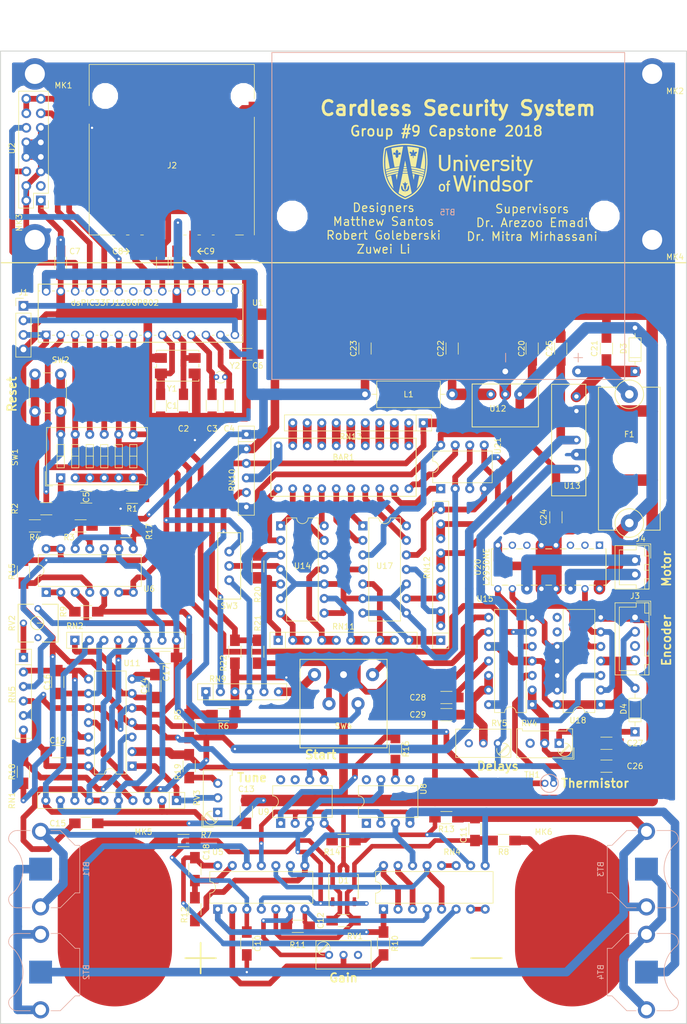
<source format=kicad_pcb>
(kicad_pcb (version 20240108) (generator "pcbnew") (generator_version "8.0")
  (layers (0 "F.Cu" signal) (31 "B.Cu" signal) (34 "B.Paste" user) (35 "F.Paste" user) (36 "B.SilkS" user "B.Silkscreen") (37 "F.SilkS" user "F.Silkscreen") (38 "B.Mask" user) (39 "F.Mask" user) (44 "Edge.Cuts" user))
  (net 0 "")
  (net 1 "/MPU/PG_MCLR")
  (net 2 "/MPU/AUX1")
  (net 3 "/MPU/AUX2")
  (net 4 "/MPU/PGD")
  (net 5 "/MPU/PGC")
  (net 6 "Net-(C5-Pad1)")
  (net 7 "/MPU/SD_CLK")
  (net 8 "/MPU/SD_CS")
  (net 9 "Net-(U2-Pad3)")
  (net 10 "Net-(R1-Pad1)")
  (net 11 "/AnalogFrontEnd/ECG_Signal")
  (net 12 "/MPU/START")
  (net 13 "/PowerSystem/6V")
  (net 14 "/MPU/AUX3")
  (net 15 "/MPU/AUX4")
  (net 16 "/PowerSystem/3.3V")
  (net 17 "/MPU/LCD_CS")
  (net 18 "/MPU/LCD_CLK")
  (net 19 "/MPU/LCD_MISO")
  (net 20 "/MPU/LCD_MOSI")
  (net 21 "Net-(MK5-Pad1)")
  (net 22 "Net-(MK6-Pad1)")
  (net 23 "/MPU/SD_MISO")
  (net 24 "/MPU/SD_MOSI")
  (net 25 "/MPU/AUX5")
  (net 26 "Net-(R16-Pad1)")
  (net 27 "/AnalogFrontEnd/Vee_I")
  (net 28 "/AnalogFrontEnd/Vcc_I")
  (net 29 "/AnalogFrontEnd/Isolator_Out")
  (net 30 "Net-(C17-Pad1)")
  (net 31 "Net-(C19-Pad2)")
  (net 32 "Net-(C19-Pad1)")
  (net 33 "Net-(C21-Pad2)")
  (net 34 "Net-(R14-Pad2)")
  (net 35 "Net-(R15-Pad1)")
  (net 36 "/AnalogFrontEnd/GND_I")
  (net 37 "Net-(R13-Pad1)")
  (net 38 "Net-(C15-Pad1)")
  (net 39 "Net-(R12-Pad1)")
  (net 40 "Net-(RV2-Pad3)")
  (net 41 "Net-(C16-Pad1)")
  (net 42 "Net-(C18-Pad1)")
  (net 43 "Net-(R11-Pad1)")
  (net 44 "/StartRelay/TimedStart")
  (net 45 "/PowerSystem/-5V")
  (net 46 "Net-(C10-Pad1)")
  (net 47 "Net-(RV1-Pad3)")
  (net 48 "Net-(RV3-Pad1)")
  (net 49 "Net-(RV4-Pad3)")
  (net 50 "GND")
  (net 51 "Net-(BAR1-Pad2)")
  (net 52 "Net-(BAR1-Pad3)")
  (net 53 "Net-(BAR1-Pad4)")
  (net 54 "Net-(BAR1-Pad5)")
  (net 55 "Net-(BAR1-Pad6)")
  (net 56 "Net-(BAR1-Pad7)")
  (net 57 "Net-(BAR1-Pad8)")
  (net 58 "Net-(BAR1-Pad9)")
  (net 59 "Net-(BAR1-Pad10)")
  (net 60 "Net-(C29-Pad1)")
  (net 61 "Net-(C28-Pad1)")
  (net 62 "VCC")
  (net 63 "Net-(RV5-Pad3)")
  (net 64 "/PowerSystem/Vm-")
  (net 65 "/PowerSystem/Vm+")
  (net 66 "Net-(BAR1-Pad1)")
  (net 67 "/PowerSystem/EncoderB")
  (net 68 "/PowerSystem/EncoderA")
  (net 69 "Net-(C14-Pad1)")
  (net 70 "Net-(C13-Pad1)")
  (net 71 "Net-(R17-Pad1)")
  (net 72 "Net-(RN9-Pad1)")
  (net 73 "Net-(RN9-Pad6)")
  (net 74 "Net-(R18-Pad1)")
  (net 75 "Net-(C16-Pad2)")
  (net 76 "Net-(RN5-Pad1)")
  (net 77 "Net-(RN10-Pad5)")
  (net 78 "Net-(RN12-Pad8)")
  (net 79 "Net-(RN12-Pad6)")
  (net 80 "Net-(RN12-Pad4)")
  (net 81 "Net-(RN12-Pad2)")
  (net 82 "Net-(RN11-Pad10)")
  (net 83 "Net-(R20-Pad1)")
  (net 84 "Net-(RN11-Pad2)")
  (net 85 "Net-(RN11-Pad4)")
  (net 86 "Net-(RN11-Pad6)")
  (net 87 "Net-(RN11-Pad8)")
  (net 88 "Net-(C14-Pad2)")
  (net 89 "Net-(C11-Pad2)")
  (net 90 "Net-(C27-Pad1)")
  (net 91 "Net-(R5-Pad2)")
  (net 92 "Net-(C18-Pad2)")
  (net 93 "Net-(C22-Pad2)")
  (net 94 "Net-(C26-Pad1)")
  (net 95 "Net-(R3-Pad2)")
  (net 96 "Net-(R16-Pad2)")
  (net 97 "Net-(R17-Pad2)")
  (net 98 "Net-(R19-Pad1)")
  (net 99 "Net-(R19-Pad2)")
  (net 100 "Net-(R11-Pad2)")
  (net 101 "Net-(R10-Pad1)")
  (net 102 "Net-(R10-Pad2)")
  (net 103 "Net-(R9-Pad2)")
  (net 104 "Net-(R9-Pad1)")
  (net 105 "Net-(R2-Pad1)")
  (net 106 "Net-(D4-Pad1)")
  (net 107 "Net-(SW4-Pad1)")
  (net 108 "Net-(U15-Pad5)")
  (net 109 "Net-(U20-Pad3)")
  (net 110 "Net-(U20-Pad6)")
  (net 111 "Net-(U20-Pad7)")
  (net 112 "Net-(U18-Pad5)")
  (net 113 "Net-(U18-Pad2)")
  (net 114 "Net-(C8-Pad1)")
  (net 115 "Net-(SW3-Pad2)")
  (net 116 "Net-(C4-Pad2)")
  (net 117 "Net-(C3-Pad2)")
  (net 118 "Net-(C2-Pad2)")
  (net 119 "Net-(C1-Pad2)")
  (net 120 "Net-(BT5-Pad1)")
  (net 121 "Net-(J2-Pad10)")
  (net 122 "Net-(J2-Pad11)")
  (net 123 "Net-(U8-Pad8)")
  (net 124 "Net-(U8-Pad5)")
  (net 125 "Net-(U8-Pad1)")
  (net 126 "Net-(U9-Pad7)")
  (net 127 "Net-(U9-Pad8)")
  (net 128 "Net-(RN4-Pad16)")
  (net 129 "Net-(RN4-Pad15)")
  (net 130 "Net-(RN4-Pad11)")
  (net 131 "Net-(RN4-Pad13)")
  (net 132 "Net-(RN4-Pad7)")
  (net 133 "Net-(BT1-Pad2)")
  (net 134 "Net-(BT3-Pad2)")
  (net 135 "Net-(U18-Pad9)")
  (net 136 "Net-(U18-Pad8)")
  (net 137 "Net-(U20-Pad2)")
  (net 138 "Net-(U20-Pad1)")
  (net 139 "/PowerSystem/L1")
  (net 140 "/PowerSystem/L2")
  (net 141 "/PowerSystem/L3")
  (net 142 "/PowerSystem/L4")
  (net 143 "/PowerSystem/L5")
  (net 144 "/PowerSystem/L6")
  (net 145 "/PowerSystem/L7")
  (net 146 "/PowerSystem/L8")
  (net 147 "/PowerSystem/L9")
  (net 148 "/PowerSystem/L10")
  (footprint "Pin_Headers:Pin_Header_Straight_2x08_Pitch2.54mm" (layer "F.Cu") (at 27.04 46.12 180)
    (property "Reference" "U2")
    (property "Value" "LCD_Header")
  )
  (footprint "Libraries:MountingHole_2.5mm_Pad" (layer "F.Cu") (at 134 53)
    (property "Reference" "MK4")
    (property "Value" "Mounting_Hole")
  )
  (footprint "Libraries:MountingHole_2.5mm_Pad" (layer "F.Cu") (at 134 24)
    (property "Reference" "MK2")
    (property "Value" "Mounting_Hole")
  )
  (footprint "Libraries:MountingHole_2.5mm_Pad" (layer "F.Cu") (at 26 24)
    (property "Reference" "MK1")
    (property "Value" "Mounting_Hole")
  )
  (footprint "Resistors_THT:R_Array_SIP10" (layer "F.Cu") (at 93.97 85 180)
    (property "Reference" "RN13")
    (property "Value" "150")
  )
  (footprint "Resistors_SMD:R_1206_HandSoldering" (layer "F.Cu") (at 113 72 90)
    (property "Reference" "C20")
    (property "Value" "10u")
  )
  (footprint "Resistors_SMD:R_1206_HandSoldering" (layer "F.Cu") (at 126 72 -90)
    (property "Reference" "C21")
    (property "Value" "4.7u")
  )
  (footprint "Resistors_SMD:R_1206_HandSoldering" (layer "F.Cu") (at 99 72 -90)
    (property "Reference" "C22")
    (property "Value" "10u")
  )
  (footprint "Resistors_SMD:R_1206_HandSoldering" (layer "F.Cu") (at 83.76 72 -90)
    (property "Reference" "C23")
    (property "Value" "22u")
  )
  (footprint "Libraries:PDM1-S5-D5-S" (layer "F.Cu") (at 120.75 88 -90)
    (property "Reference" "U13")
    (property "Value" "PDM1-S5-D5-S")
  )
  (footprint "Libraries:C1206C104K4RACTU" (layer "F.Cu") (at 30.52 57 -90)
    (property "Reference" "C7")
    (property "Value" "0.1u")
  )
  (footprint "Libraries:145638009211859+" (layer "F.Cu") (at 50 40 180)
    (property "Reference" "J2")
    (property "Value" "SD_Card")
  )
  (footprint "Libraries:0031.8201" (layer "F.Cu") (at 130 91.25 90)
    (property "Reference" "F1")
    (property "Value" "Fuse_Holder")
  )
  (footprint "Inductors_THT:L_Axial_L11.0mm_D4.5mm_P15.24mm_Horizontal_Fastron_MECC" (layer "F.Cu") (at 99 80 180)
    (property "Reference" "L1")
    (property "Value" "10u")
  )
  (footprint "Libraries:C1206C270F5GACTU" (layer "F.Cu") (at 48 82 90)
    (property "Reference" "C1")
    (property "Value" "27p")
  )
  (footprint "Libraries:C1206C150J5GACTU" (layer "F.Cu") (at 60 82 90)
    (property "Reference" "C4")
    (property "Value" "15p")
  )
  (footprint "Libraries:C1206C270F5GACTU" (layer "F.Cu") (at 52 82 90)
    (property "Reference" "C2")
    (property "Value" "27p")
  )
  (footprint "Libraries:DC7G3HWA" (layer "F.Cu") (at 91.43 89 180)
    (property "Reference" "BAR1")
    (property "Value" "DC7G3HWA")
  )
  (footprint "Libraries:P7805-Q24-S3-S" (layer "F.Cu") (at 108.3 80 180)
    (property "Reference" "U12")
    (property "Value" "P7805-Q24-S3-S")
  )
  (footprint "Libraries:MountingHole_2.5mm_Pad" (layer "F.Cu") (at 26 53)
    (property "Reference" "MK3")
    (property "Value" "Mounting_Hole")
  )
  (footprint "Libraries:ABMM-10MHZ-B2-T" (layer "F.Cu") (at 51 75)
    (property "Reference" "Y1")
    (property "Value" "10MHz")
  )
  (footprint "Libraries:TL1105F250Q" (layer "F.Cu") (at 26.02 83 90)
    (property "Reference" "SW2")
    (property "Value" "Reset")
  )
  (footprint "Diodes_THT:D_DO-35_SOD27_P7.62mm_Horizontal" (layer "F.Cu") (at 131 76 90)
    (property "Reference" "D3")
    (property "Value" "1N914")
  )
  (footprint "Libraries:C1206C150J5GACTU" (layer "F.Cu") (at 57 82 90)
    (property "Reference" "C3")
    (property "Value" "15p")
  )
  (footprint "Resistors_SMD:R_1206_HandSoldering" (layer "F.Cu") (at 118 72 -90)
    (property "Reference" "C25")
    (property "Value" "4.7u")
  )
  (footprint "Libraries:C1206C104K4RACTU" (layer "F.Cu") (at 63 73 180)
    (property "Reference" "C6")
    (property "Value" "0.1u")
  )
  (footprint "Potentiometers:Potentiometer_Trimmer_Bourns_3296W" (layer "F.Cu") (at 77.46 178 180)
    (property "Reference" "RV1")
    (property "Value" "5kPOT")
  )
  (footprint "Potentiometers:Potentiometer_Trimmer_Bourns_3296W" (layer "F.Cu") (at 107 141)
    (property "Reference" "RV5")
    (property "Value" "500k POT")
  )
  (footprint "Resistors_SMD:R_1206_HandSoldering" (layer "F.Cu") (at 117.16 101.5 -90)
    (property "Reference" "C24")
    (property "Value" "4.7u")
  )
  (footprint "Libraries:UwindsorLogo" (layer "F.Cu") (at 100 41)
    (property "Reference" "G***" (hide yes))
    (property "Value" "LOGO" (hide yes))
  )
  (footprint "Resistors_THT:R_Array_SIP6" (layer "F.Cu") (at 63 87 -90)
    (property "Reference" "RN10")
    (property "Value" "150")
  )
  (footprint "Resistors_THT:R_Array_SIP10" (layer "F.Cu") (at 97 123 90)
    (property "Reference" "RN12")
    (property "Value" "2.7k")
  )
  (footprint "Pin_Headers:Pin_Header_Straight_1x04_Pitch2.54mm" (layer "F.Cu") (at 24 64.54)
    (property "Reference" "J1")
    (property "Value" "ISCP")
  )
  (footprint "Housings_DIP:DIP-8_W7.62mm" (layer "F.Cu") (at 97 96.5 90)
    (property "Reference" "U21")
    (property "Value" "LM2903")
  )
  (footprint "Libraries:EG1218" (layer "F.Cu") (at 60 110 -90)
    (property "Reference" "SW3")
    (property "Value" "Bat-Test")
  )
  (footprint "Resistors_THT:R_Array_SIP10" (layer "F.Cu") (at 68.57 123)
    (property "Reference" "RN11")
    (property "Value" "2.7k")
  )
  (footprint "Libraries:418117270906" (layer "F.Cu") (at 30.52 94.62 90)
    (property "Reference" "SW1")
    (property "Value" "SW_DIP_x06")
  )
  (footprint "Libraries:AB38T-32KHZ" (layer "F.Cu") (at 57.75 77)
    (property "Reference" "Y2")
    (property "Value" "32kHz")
  )
  (footprint "Libraries:C1206C104K4RACTU" (layer "F.Cu") (at 50.84 57 -90)
    (property "Reference" "C9")
    (property "Value" "0.1u")
  )
  (footprint "Resistors_SMD:R_1206_HandSoldering" (layer "F.Cu") (at 61 125 90)
    (property "Reference" "R22")
    (property "Value" "3.3k")
  )
  (footprint "Resistors_SMD:R_1206_HandSoldering" (layer "F.Cu") (at 65 125 -90)
    (property "Reference" "R21")
    (property "Value" "2.2k")
  )
  (footprint "Resistors_SMD:R_1206_HandSoldering" (layer "F.Cu") (at 98 133 180)
    (property "Reference" "C28")
    (property "Value" "10n")
  )
  (footprint "Housings_DIP:DIP-14_W7.62mm" (layer "F.Cu") (at 113 134.24 180)
    (property "Reference" "U15")
    (property "Value" "NE556")
  )
  (footprint "Potentiometers:Potentiometer_Trimmer_Bourns_PV36W" (layer "F.Cu") (at 117.73 141 180)
    (property "Reference" "RV4")
    (property "Value" "100k POT")
  )
  (footprint "Resistors_SMD:R_1206_HandSoldering" (layer "F.Cu") (at 126 141)
    (property "Reference" "C27")
    (property "Value" "47u")
  )
  (footprint "Connectors_JST:JST_XH_B02B-XH-A_02x2.50mm_Straight" (layer "F.Cu") (at 131 109 -90)
    (property "Reference" "J4")
    (property "Value" "MotorHeader")
  )
  (footprint "Libraries:F931C475KAA" (layer "F.Cu") (at 48.3 57 90)
    (property "Reference" "C8")
    (property "Value" "4.7u")
  )
  (footprint "Resistors_SMD:R_1206_HandSoldering" (layer "F.Cu") (at 26 103)
    (property "Reference" "R4")
    (property "Value" "1k")
  )
  (footprint "Resistors_SMD:R_1206_HandSoldering" (layer "F.Cu") (at 34 103 180)
    (property "Reference" "R3")
    (property "Value" "10k")
  )
  (footprint "Libraries:C1206C104K4RACTU" (layer "F.Cu") (at 35 98)
    (property "Reference" "C5")
    (property "Value" "0.1u")
  )
  (footprint "Resistors_SMD:R_1206_HandSoldering" (layer "F.Cu") (at 28 100)
    (property "Reference" "R2")
    (property "Value" "100")
  )
  (footprint "Connectors_JST:JST_XH_B04B-XH-A_04x2.50mm_Straight" (layer "F.Cu") (at 131 119 -90)
    (property "Reference" "J3")
    (property "Value" "EncoderHeader")
  )
  (footprint "Resistors_SMD:R_1206_HandSoldering" (layer "F.Cu") (at 126 145)
    (property "Reference" "C26")
    (property "Value" "10n")
  )
  (footprint "Libraries:L293DNE" (layer "F.Cu") (at 107 114 -90)
    (property "Reference" "U20")
    (property "Value" "L293DNE")
  )
  (footprint "Libraries:UB15SKG035F-FF" (layer "F.Cu") (at 85.08 129)
    (property "Reference" "SW4")
    (property "Value" "Start")
  )
  (footprint "Housings_DIP:DIP-14_W7.62mm" (layer "F.Cu") (at 125 134.24 180)
    (property "Reference" "U18")
    (property "Value" "74HC74")
  )
  (footprint "Resistors_SMD:R_1206_HandSoldering" (layer "F.Cu") (at 98 136 180)
    (property "Reference" "C29")
    (property "Value" "47u")
  )
  (footprint "Resistors_THT:R_Array_SIP6" (layer "F.Cu") (at 55.92 132)
    (property "Reference" "RN9")
    (property "Value" "10k")
  )
  (footprint "Resistors_SMD:R_1206_HandSoldering" (layer "F.Cu") (at 65 110.08 90)
    (property "Reference" "R20")
    (property "Value" "18k")
  )
  (footprint "Libraries:DSPIC33FJ128GP802" (layer "F.Cu") (at 61 62 90)
    (property "Reference" "U1")
    (property "Value" "dsPIC33FJ128GP802")
  )
  (footprint "Resistors_SMD:R_1206_HandSoldering" (layer "F.Cu") (at 43 98 180)
    (property "Reference" "R1")
    (property "Value" "1k")
  )
  (footprint "Diodes_THT:D_DO-35_SOD27_P7.62mm_Horizontal" (layer "F.Cu") (at 131 139 90)
    (property "Reference" "D4")
    (property "Value" "1N914")
  )
  (footprint "Housings_DIP:DIP-14_W7.62mm" (layer "F.Cu") (at 69 103)
    (property "Reference" "U14")
    (property "Value" "LM339")
  )
  (footprint "Housings_DIP:DIP-14_W7.62mm" (layer "F.Cu") (at 83.38 103)
    (property "Reference" "U17")
    (property "Value" "LM339")
  )
  (footprint "Housings_DIP:DIP-14_W7.62mm" (layer "F.Cu") (at 27.98 114.62 90)
    (property "Reference" "U6")
    (property "Value" "TLC2264IN")
  )
  (footprint "Resistors_SMD:R_1206_HandSoldering" (layer "F.Cu") (at 53 138 90)
    (property "Reference" "R5")
    (property "Value" "5.6k")
  )
  (footprint "Resistors_SMD:R_1206_HandSoldering" (layer "F.Cu") (at 24 111 -90)
    (property "Reference" "R15")
    (property "Value" "9k")
  )
  (footprint "Libraries:ECG_Pad" (layer "F.Cu") (at 120 172 180)
    (property "Reference" "MK6")
    (property "Value" "Electrode_B")
  )
  (footprint "Libraries:ECG_Pad" (layer "F.Cu") (at 40 172)
    (property "Reference" "MK5")
    (property "Value" "Electrode_A")
  )
  (footprint "Resistors_THT:R_Array_SIP8" (layer "F.Cu") (at 33 123)
    (property "Reference" "RN2")
    (property "Value" "10k")
  )
  (footprint "Resistors_SMD:R_1206_HandSoldering" (layer "F.Cu") (at 35 118)
    (property "Reference" "R9")
    (property "Value" "3k")
  )
  (footprint "Resistors_SMD:R_1206_HandSoldering" (layer "F.Cu") (at 59 136)
    (property "Reference" "R6")
    (property "Value" "2.4k")
  )
  (footprint "Resistors_SMD:R_1206_HandSoldering" (layer "F.Cu") (at 30 130.3 90)
    (property "Reference" "C16")
    (property "Value" "0.068u")
  )
  (footprint "Resistors_SMD:R_1206_HandSoldering" (layer "F.Cu") (at 35 155)
    (property "Reference" "C15")
    (property "Value" "0.68u")
  )
  (footprint "Resistors_SMD:R_1206_HandSoldering" (layer "F.Cu") (at 47 131 90)
    (property "Reference" "C14")
    (property "Value" "0.068u")
  )
  (footprint "Resistors_THT:R_Array_SIP6" (layer "F.Cu") (at 24 126 -90)
    (property "Reference" "RN5")
    (property "Value" "1k")
  )
  (footprint "Libraries:3362P-1-302LF" (layer "F.Cu") (at 24 120 -90)
    (property "Reference" "RV2")
    (property "Value" "3kPOT")
  )
  (footprint "Potentiometers:Potentiometer_Trimmer_Bourns_PV36W" (layer "F.Cu") (at 58 153.08 90)
    (property "Reference" "RV3")
    (property "Value" "2kPOT")
  )
  (footprint "Resistors_SMD:R_1206_HandSoldering" (layer "F.Cu") (at 30 142.46 180)
    (property "Reference" "C19")
    (property "Value" "0.068u")
  )
  (footprint "Resistors_SMD:R_1206_HandSoldering" (layer "F.Cu") (at 42 104)
    (property "Reference" "R17")
    (property "Value" "40k")
  )
  (footprint "Resistors_SMD:R_1206_HandSoldering" (layer "F.Cu") (at 53 145 90)
    (property "Reference" "R19")
    (property "Value" "2k")
  )
  (footprint "Housings_DIP:DIP-14_W7.62mm" (layer "F.Cu") (at 43 145 180)
    (property "Reference" "U11")
    (property "Value" "TLC2264IN")
  )
  (footprint "Resistors_THT:R_Array_SIP10" (layer "F.Cu") (at 50.78 151 180)
    (property "Reference" "RN1")
    (property "Value" "3.3k")
  )
  (footprint "Resistors_SMD:R_1206_HandSoldering" (layer "F.Cu") (at 48.78 126)
    (property "Reference" "C17")
    (property "Value" "0.68u")
  )
  (footprint "Resistors_SMD:R_1206_HandSoldering" (layer "F.Cu") (at 24 146 -90)
    (property "Reference" "R18")
    (property "Value" "15k")
  )
  (footprint "Housings_DIP:DIP-8_W7.62mm" (layer "F.Cu") (at 69 155 90)
    (property "Reference" "U9")
    (property "Value" "IL300")
  )
  (footprint "Housings_DIP:DIP-8_W7.62mm" (layer "F.Cu") (at 84 155 90)
    (property "Reference" "U8")
    (property "Value" "LT1636")
  )
  (footprint "Resistors_SMD:R_1206_HandSoldering" (layer "F.Cu") (at 52 158 180)
    (property "Reference" "R7")
    (property "Value" "100k")
  )
  (footprint "Resistors_SMD:R_1206_HandSoldering" (layer "F.Cu") (at 108 158)
    (property "Reference" "R8")
    (property "Value" "100k")
  )
  (footprint "Resistors_SMD:R_1206_HandSoldering" (layer "F.Cu") (at 63 153 90)
    (property "Reference" "C13")
    (property "Value" "0.68u")
  )
  (footprint "Resistors_SMD:R_1206_HandSoldering" (layer "F.Cu") (at 103 156 -90)
    (property "Reference" "C11")
    (property "Value" "100p")
  )
  (footprint "Resistors_SMD:R_1206_HandSoldering" (layer "F.Cu") (at 98 154)
    (property "Reference" "R13")
    (property "Value" "1.5k")
  )
  (footprint "Housings_SOIC:SOIC-8_3.9x4.9mm_Pitch1.27mm" (layer "F.Cu") (at 80 166 90)
    (property "Reference" "D1")
    (property "Value" "SMDA15TR")
  )
  (footprint "Resistors_SMD:R_1206_HandSoldering" (layer "F.Cu") (at 80 158 180)
    (property "Reference" "R14")
    (property "Value" "1.5k")
  )
  (footprint "Resistors_SMD:R_1206_HandSoldering" (layer "F.Cu") (at 89.08 142 -90)
    (property "Reference" "R16")
    (property "Value" "100")
  )
  (footprint "Resistors_SMD:R_1206_HandSoldering" (layer "F.Cu") (at 80 172)
    (property "Reference" "C12")
    (property "Value" "1n")
  )
  (footprint "Resistors_SMD:R_1206_HandSoldering" (layer "F.Cu") (at 72 173 180)
    (property "Reference" "R11")
    (property "Value" "2k")
  )
  (footprint "Resistors_SMD:R_1206_HandSoldering" (layer "F.Cu") (at 54 170 90)
    (property "Reference" "R12")
    (property "Value" "82k")
  )
  (footprint "Resistors_SMD:R_1206_HandSoldering" (layer "F.Cu") (at 54 163 -90)
    (property "Reference" "C18")
    (property "Value" "47u")
  )
  (footprint "Housings_DIP:DIP-14_W7.62mm" (layer "F.Cu") (at 58 170 90)
    (property "Reference" "U5")
    (property "Value" "LT1079CN")
  )
  (footprint "Housings_DIP:DIP-16_W7.62mm" (layer "F.Cu") (at 87 170 90)
    (property "Reference" "RN4")
    (property "Value" "10k")
  )
  (footprint "Resistors_SMD:R_1206_HandSoldering" (layer "F.Cu") (at 63.08 176 -90)
    (property "Reference" "C10")
    (property "Value" "100p")
  )
  (footprint "Resistors_SMD:R_1206_HandSoldering" (layer "F.Cu") (at 87 176 90)
    (property "Reference" "R10")
    (property "Value" "2k")
  )
  (footprint "Libraries:BH4AAPC" (layer "B.Cu") (at 129.19 20.25 -90)
    (property "Reference" "BT5")
    (property "Value" "Battery Holder")
  )
  (footprint "Libraries:DC103G9G" (layer "B.Cu") (at 116.762 148)
    (property "Reference" "TH1")
    (property "Value" "Thermistor")
  )
  (footprint "Battery_Holders:Keystone_3001_1x12mm-CoinCell" (layer "B.Cu") (at 27 181 90)
    (property "Reference" "BT2")
    (property "Value" "Holder")
  )
  (footprint "Battery_Holders:Keystone_3001_1x12mm-CoinCell" (layer "B.Cu") (at 27 163 90)
    (property "Reference" "BT1")
    (property "Value" "Holder")
  )
  (footprint "Battery_Holders:Keystone_3001_1x12mm-CoinCell" (layer "B.Cu") (at 133 181 -90)
    (property "Reference" "BT4")
    (property "Value" "Holder")
  )
  (footprint "Battery_Holders:Keystone_3001_1x12mm-CoinCell" (layer "B.Cu") (at 133 163 -90)
    (property "Reference" "BT3")
    (property "Value" "Holder")
  )
  (gr_line (start 55 55) (end 55.5 55) (stroke (width 0.2)) (layer "F.SilkS"))
  (gr_line (start 54.5 55) (end 55 55) (stroke (width 0.2)) (layer "F.SilkS"))
  (gr_line (start 55 54.5) (end 54.5 55) (stroke (width 0.2)) (layer "F.SilkS"))
  (gr_line (start 55 55) (end 54.5 55) (stroke (width 0.2)) (layer "F.SilkS"))
  (gr_line (start 54.5 55) (end 55 55.5) (stroke (width 0.2)) (layer "F.SilkS"))
  (gr_line (start 42.5 55) (end 42 54.5) (stroke (width 0.2)) (layer "F.SilkS"))
  (gr_line (start 42.5 55) (end 41.5 55) (stroke (width 0.2)) (layer "F.SilkS"))
  (gr_line (start 42.5 55) (end 42 55.5) (stroke (width 0.2)) (layer "F.SilkS"))
  (gr_line (start 20 57) (end 140 57) (stroke (width 0.2)) (layer "F.SilkS"))
  (gr_line (start 54.5 55) (end 55 54.5) (stroke (width 0.2)) (layer "F.SilkS"))
  (gr_line (start 20 20) (end 20 190) (stroke (width 0.15)) (layer "Edge.Cuts"))
  (gr_line (start 140 20) (end 140 190) (stroke (width 0.15)) (layer "Edge.Cuts"))
  (gr_line (start 20 190) (end 140 190) (stroke (width 0.15)) (layer "Edge.Cuts"))
  (gr_line (start 20 20) (end 140 20) (stroke (width 0.15)) (layer "Edge.Cuts"))
  (gr_text "Supervisors\nDr. Arezoo Emadi\nDr. Mitra Mirhassani" (at 113 50 0) (layer "F.SilkS") (effects (font (size 1.5 1.5) (thickness 0.2))))
  (gr_text "Motor" (at 136.5 110.5 90) (layer "F.SilkS") (effects (font (size 1.5 1.5) (thickness 0.3))))
  (gr_text "+" (at 55 178 0) (layer "F.SilkS") (effects (font (size 7 7) (thickness 0.3))))
  (gr_text "Designers\nMatthew Santos\nRobert Goleberski\nZuwei Li" (at 87 51 0) (layer "F.SilkS") (effects (font (size 1.5 1.5) (thickness 0.2))))
  (gr_text "Reset" (at 22 80 90) (layer "F.SilkS") (effects (font (size 1.5 1.5) (thickness 0.3))))
  (gr_text "Encoder" (at 136.5 123 90) (layer "F.SilkS") (effects (font (size 1.5 1.5) (thickness 0.3))))
  (gr_text "-" (at 105 178 0) (layer "F.SilkS") (effects (font (size 7 7) (thickness 0.3))))
  (gr_text "Tune" (at 64 147 0) (layer "F.SilkS") (effects (font (size 1.5 1.5) (thickness 0.3))))
  (gr_text "Group #9 Capstone 2018" (at 98 34 0) (layer "F.SilkS") (effects (font (size 1.75 1.75) (thickness 0.3))))
  (gr_text "Delays" (at 107 145 0) (layer "F.SilkS") (effects (font (size 1.5 1.5) (thickness 0.3))))
  (gr_text "Gain" (at 80 182 0) (layer "F.SilkS") (effects (font (size 1.5 1.5) (thickness 0.3))))
  (gr_text "Start" (at 76 143 0) (layer "F.SilkS") (effects (font (size 1.5 1.5) (thickness 0.3))))
  (gr_text "Cardless Security System" (at 100 30 0) (layer "F.SilkS") (effects (font (size 2.5 2.5) (thickness 0.5))))
  (segment (start 27.98 70.98) (end 27.98 69.62) (width 1) (layer "F.Cu") (net 1))
  (segment (start 28 69.64) (end 27.98 69.62) (width 1.5) (layer "F.Cu") (net 1))
  (segment (start 28 71) (end 27.98 70.98) (width 1) (layer "F.Cu") (net 1))
  (segment (start 24 93) (end 24 103) (width 1) (layer "F.Cu") (net 1))
  (segment (start 24 75) (end 28 71) (width 1) (layer "F.Cu") (net 1))
  (segment (start 24 75) (end 24 93) (width 1) (layer "F.Cu") (net 1))
  (segment (start 27.98 69.62) (end 24 69.62) (width 1) (layer "B.Cu") (net 1))
  (segment (start 33.06 69.62) (end 33.06 87) (width 1) (layer "F.Cu") (net 2))
  (segment (start 47.8125 90.8125) (end 51 94) (width 1) (layer "F.Cu") (net 2))
  (segment (start 33.06 87) (end 33.06 90.8125) (width 1) (layer "F.Cu") (net 2))
  (segment (start 51 94) (end 51 106) (width 1) (layer "F.Cu") (net 2))
  (segment (start 44 112) (end 43.22 112.78) (width 1) (layer "F.Cu") (net 2))
  (segment (start 33.06 90.8125) (end 47.8125 90.8125) (width 1) (layer "F.Cu") (net 2))
  (segment (start 43.22 112.78) (end 43.22 114.62) (width 1) (layer "F.Cu") (net 2))
  (segment (start 45 112) (end 44 112) (width 1) (layer "F.Cu") (net 2))
  (segment (start 51 106) (end 45 112) (width 1) (layer "F.Cu") (net 2))
  (segment (start 40.68 114.62) (end 43.22 114.62) (width 1) (layer "F.Cu") (net 2))
  (segment (start 35.6 87) (end 35.6 69.62) (width 1) (layer "F.Cu") (net 3))
  (segment (start 61 69.62) (end 61 67.08) (width 1) (layer "B.Cu") (net 4))
  (segment (start 24 67.08) (end 61 67.08) (width 1) (layer "B.Cu") (net 4))
  (segment (start 24 64.54) (end 61 64.54) (width 1) (layer "B.Cu") (net 5))
  (segment (start 61 62) (end 61 64.54) (width 1) (layer "B.Cu") (net 5))
  (segment (start 30.52 94.62) (end 30.52 97.52) (width 1) (layer "F.Cu") (net 6))
  (segment (start 31 98) (end 33 98) (width 1) (layer "F.Cu") (net 6))
  (segment (start 30.52 97.52) (end 31 98) (width 1) (layer "F.Cu") (net 6))
  (segment (start 55.92 62) (end 55.92 57.92) (width 1) (layer "F.Cu") (net 7))
  (segment (start 55.92 57.92) (end 53.53 55.53) (width 1) (layer "F.Cu") (net 7))
  (segment (start 53.53 55.53) (end 53.53 52.15) (width 1) (layer "F.Cu") (net 7))
  (segment (start 45.76 58.76) (end 43.53 56.53) (width 1) (layer "F.Cu") (net 8))
  (segment (start 45.76 62) (end 45.76 58.76) (width 1) (layer "F.Cu") (net 8))
  (segment (start 43.53 56.53) (end 43.53 52.15) (width 1) (layer "F.Cu") (net 8))
  (segment (start 45 95) (end 45 98) (width 1.5) (layer "F.Cu") (net 10))
  (segment (start 43.22 94.62) (end 40.68 94.62) (width 1.5) (layer "F.Cu") (net 10))
  (segment (start 44.62 94.62) (end 45 95) (width 1.5) (layer "F.Cu") (net 10))
  (segment (start 35.6 94.62) (end 38.14 94.62) (width 1.5) (layer "F.Cu") (net 10))
  (segment (start 33.06 94.62) (end 35.6 94.62) (width 1.5) (layer "F.Cu") (net 10))
  (segment (start 38.14 94.62) (end 40.68 94.62) (width 1.5) (layer "F.Cu") (net 10))
  (segment (start 43.22 94.62) (end 44.62 94.62) (width 1.5) (layer "F.Cu") (net 10))
  (segment (start 49 100) (end 49 102) (width 1) (layer "F.Cu") (net 11))
  (segment (start 49 100) (end 49 94.75) (width 1) (layer "F.Cu") (net 11))
  (segment (start 47 92.75) (end 28.25 92.75) (width 1) (layer "F.Cu") (net 11))
  (segment (start 28.25 73) (end 28.25 74) (width 1) (layer "F.Cu") (net 11))
  (segment (start 49 105) (end 49 102) (width 1) (layer "F.Cu") (net 11))
  (segment (start 28.25 92.75) (end 28.25 74) (width 1) (layer "F.Cu") (net 11))
  (segment (start 31 109) (end 45 109) (width 1) (layer "F.Cu") (net 11))
  (segment (start 30.52 108.52) (end 31 109) (width 1) (layer "F.Cu") (net 11))
  (segment (start 28.25 72.94967) (end 28.25 74) (width 1) (layer "F.Cu") (net 11))
  (segment (start 49 94.75) (end 47 92.75) (width 1) (layer "F.Cu") (net 11))
  (segment (start 30.52 69.62) (end 30.52 70.67967) (width 1) (layer "F.Cu") (net 11))
  (segment (start 27.98 107) (end 30.52 107) (width 1) (layer "F.Cu") (net 11))
  (segment (start 30.52 107) (end 30.52 108.52) (width 1) (layer "F.Cu") (net 11))
  (segment (start 45 109) (end 49 105) (width 1) (layer "F.Cu") (net 11))
  (segment (start 30.52 70.67967) (end 28.25 72.94967) (width 1) (layer "F.Cu") (net 11))
  (via (at 49 102) (size 0.8) (drill 0.4) (layers "F.Cu" "B.Cu") (net 11))
  (segment (start 60 102) (end 49 102) (width 1) (layer "B.Cu") (net 11))
  (segment (start 61 103) (end 60 102) (width 1) (layer "B.Cu") (net 11))
  (segment (start 62 104) (end 61 103) (width 1) (layer "B.Cu") (net 11))
  (segment (start 62 105.5) (end 62 104) (width 1) (layer "B.Cu") (net 11))
  (segment (start 60 107.5) (end 62 105.5) (width 1) (layer "B.Cu") (net 11))
  (segment (start 50 87) (end 55 92) (width 1) (layer "F.Cu") (net 12))
  (segment (start 65 123) (end 61 123) (width 1) (layer "F.Cu") (net 12))
  (segment (start 55 115) (end 61 121) (width 1) (layer "F.Cu") (net 12))
  (segment (start 43.22 87) (end 50 87) (width 1) (layer "F.Cu") (net 12))
  (segment (start 61 121) (end 61 123) (width 1) (layer "F.Cu") (net 12))
  (segment (start 55 92) (end 55 115) (width 1) (layer "F.Cu") (net 12))
  (segment (start 43.22 69.62) (end 43.22 87) (width 1) (layer "F.Cu") (net 12))
  (segment (start 93.97 85) (end 110.84 85) (width 1.5) (layer "F.Cu") (net 13))
  (segment (start 58.46 115.46) (end 57 114) (width 1) (layer "F.Cu") (net 13))
  (segment (start 57 95) (end 59.92 92.08) (width 1) (layer "F.Cu") (net 13))
  (segment (start 124.78 113.084014) (end 127.932007 109.932007) (width 2) (layer "F.Cu") (net 13))
  (segment (start 113 80) (end 113 74) (width 1.5) (layer "F.Cu") (net 13))
  (segment (start 93.97 86.8) (end 94 86.83) (width 1) (layer "F.Cu") (net 13))
  (segment (start 59.92 92.08) (end 63 92.08) (width 1) (layer "F.Cu") (net 13))
  (segment (start 124.78 114) (end 124.78 113.084014) (width 2) (layer "F.Cu") (net 13))
  (segment (start 57 114) (end 57 95) (width 1) (layer "F.Cu") (net 13))
  (segment (start 110.84 80) (end 113 80) (width 1.5) (layer "F.Cu") (net 13))
  (segment (start 127.932007 104.567993) (end 130 102.5) (width 2) (layer "F.Cu") (net 13))
  (segment (start 110.84 85) (end 110.84 80) (width 1.5) (layer "F.Cu") (net 13))
  (segment (start 93.97 85) (end 93.97 86.8) (width 1) (layer "F.Cu") (net 13))
  (segment (start 127.932007 109.932007) (end 127.932007 104.567993) (width 2) (layer "F.Cu") (net 13))
  (segment (start 94 89) (end 90.92 92.08) (width 1) (layer "F.Cu") (net 13))
  (segment (start 94 86.83) (end 94 89) (width 1) (layer "F.Cu") (net 13))
  (segment (start 90.92 92.08) (end 63 92.08) (width 1) (layer "F.Cu") (net 13))
  (via (at 58.46 115.46) (size 0.8) (drill 0.4) (layers "F.Cu" "B.Cu") (net 13))
  (segment (start 122.46 68.38) (end 110.84 80) (width 2) (layer "B.Cu") (net 13))
  (segment (start 131 68.38) (end 122.46 68.38) (width 2) (layer "B.Cu") (net 13))
  (segment (start 134 71.38) (end 131 68.38) (width 2) (layer "B.Cu") (net 13))
  (segment (start 130 102.5) (end 134 98.5) (width 2) (layer "B.Cu") (net 13))
  (segment (start 58.46 132) (end 58.46 115.46) (width 1) (layer "B.Cu") (net 13))
  (segment (start 134 98.5) (end 134 71.38) (width 2) (layer "B.Cu") (net 13))
  (segment (start 38.14 69.62) (end 38.14 87) (width 1) (layer "F.Cu") (net 14))
  (segment (start 108.54 121.54) (end 109.75 121.54) (width 1) (layer "F.Cu") (net 15))
  (segment (start 108 121) (end 108.54 121.54) (width 1) (layer "F.Cu") (net 15))
  (segment (start 101 117) (end 106 117) (width 1) (layer "F.Cu") (net 15))
  (segment (start 99 119) (end 99 124) (width 1) (layer "F.Cu") (net 15))
  (segment (start 40.68 87) (end 40.68 88.875) (width 1) (layer "F.Cu") (net 15))
  (segment (start 59 125) (end 98 125) (width 1) (layer "F.Cu") (net 15))
  (segment (start 40.68 88.875) (end 48.875 88.875) (width 1) (layer "F.Cu") (net 15))
  (segment (start 40.68 87) (end 40.68 69.62) (width 1) (layer "F.Cu") (net 15))
  (segment (start 108 119) (end 108 121) (width 1) (layer "F.Cu") (net 15))
  (segment (start 99 119) (end 101 117) (width 1) (layer "F.Cu") (net 15))
  (segment (start 59 122) (end 59 125) (width 1) (layer "F.Cu") (net 15))
  (segment (start 106 117) (end 108 119) (width 1) (layer "F.Cu") (net 15))
  (segment (start 48.875 88.875) (end 53 93) (width 1) (layer "F.Cu") (net 15))
  (segment (start 99 124) (end 98 125) (width 1) (layer "F.Cu") (net 15))
  (segment (start 53 93) (end 53 116) (width 1) (layer "F.Cu") (net 15))
  (segment (start 53 116) (end 59 122) (width 1) (layer "F.Cu") (net 15))
  (via (at 109.75 121.54) (size 0.8) (drill 0.4) (layers "F.Cu" "B.Cu") (net 15))
  (segment (start 121.84 129.16) (end 125 129.16) (width 1) (layer "B.Cu") (net 15))
  (segment (start 118 137) (end 121 134) (width 1) (layer "B.Cu") (net 15))
  (segment (start 112 137) (end 118 137) (width 1) (layer "B.Cu") (net 15))
  (segment (start 111 121.54) (end 111 136) (width 1) (layer "B.Cu") (net 15))
  (segment (start 121 130) (end 121.84 129.16) (width 1) (layer "B.Cu") (net 15))
  (segment (start 109.75 121.54) (end 111 121.54) (width 1) (layer "B.Cu") (net 15))
  (segment (start 121 134) (end 121 130) (width 1) (layer "B.Cu") (net 15))
  (segment (start 113 121.54) (end 111 121.54) (width 1) (layer "B.Cu") (net 15))
  (segment (start 111 136) (end 112 137) (width 1) (layer "B.Cu") (net 15))
  (segment (start 51.03 52.15) (end 51.03 54.81) (width 1) (layer "F.Cu") (net 16))
  (segment (start 36 103) (end 37.25 101.75) (width 1) (layer "F.Cu") (net 16))
  (segment (start 30.52 53) (end 30.52 51.45) (width 1) (layer "F.Cu") (net 16))
  (segment (start 58.46 69.62) (end 61 72.16) (width 1) (layer "F.Cu") (net 16))
  (segment (start 83.76 74) (end 83.76 80) (width 1.5) (layer "F.Cu") (net 16))
  (segment (start 51.03 50) (end 51.03 52.15) (width 1) (layer "F.Cu") (net 16))
  (segment (start 30.52 51.45) (end 27.04 47.97) (width 1) (layer "F.Cu") (net 16))
  (segment (start 61 72.16) (end 61 73) (width 1) (layer "F.Cu") (net 16))
  (segment (start 45.25 101.75) (end 46 101) (width 1) (layer "F.Cu") (net 16))
  (segment (start 30.52 55) (end 30.52 53) (width 1) (layer "F.Cu") (net 16))
  (segment (start 37.25 101.75) (end 45.25 101.75) (width 1) (layer "F.Cu") (net 16))
  (segment (start 27.04 47.97) (end 27.04 46.12) (width 1) (layer "F.Cu") (net 16))
  (segment (start 51.03 54.81) (end 50.84 55) (width 1) (layer "F.Cu") (net 16))
  (via (at 51.03 50) (size 0.8) (drill 0.4) (layers "F.Cu" "B.Cu") (net 16))
  (via (at 30.52 53) (size 0.8) (drill 0.4) (layers "F.Cu" "B.Cu") (net 16))
  (via (at 46 101) (size 0.8) (drill 0.4) (layers "F.Cu" "B.Cu") (net 16))
  (segment (start 51.03 50) (end 51.03 59.02) (width 1.5) (layer "B.Cu") (net 16))
  (segment (start 51.01 59.02) (end 30.52 59.02) (width 2) (layer "B.Cu") (net 16))
  (segment (start 51.01 59.02) (end 51.03 59) (width 1) (layer "B.Cu") (net 16))
  (segment (start 69 80) (end 83.76 80) (width 2) (layer "B.Cu") (net 16))
  (segment (start 27.98 62) (end 27.98 59.02) (width 1.5) (layer "B.Cu") (net 16))
  (segment (start 65.3 87) (end 66 86.3) (width 1.5) (layer "B.Cu") (net 16))
  (segment (start 64 80) (end 66 80) (width 2) (layer "B.Cu") (net 16))
  (segment (start 63 87) (end 65.3 87) (width 1.5) (layer "B.Cu") (net 16))
  (segment (start 63.98 59.02) (end 64 59) (width 2) (layer "B.Cu") (net 16))
  (segment (start 60 87) (end 63 87) (width 1) (layer "B.Cu") (net 16))
  (segment (start 64 59) (end 64 73) (width 2) (layer "B.Cu") (net 16))
  (segment (start 30.52 53) (end 30.52 59.02) (width 1.5) (layer "B.Cu") (net 16))
  (segment (start 66 80) (end 69 80) (width 2) (layer "B.Cu") (net 16))
  (segment (start 61.84 73) (end 64 73) (width 1) (layer "B.Cu") (net 16))
  (segment (start 27.98 59.02) (end 30.52 59.02) (width 1.5) (layer "B.Cu") (net 16))
  (segment (start 46 101) (end 60 87) (width 1) (layer "B.Cu") (net 16))
  (segment (start 66 86.3) (end 66 80) (width 1.5) (layer "B.Cu") (net 16))
  (segment (start 51.03 59.02) (end 63.98 59.02) (width 2) (layer "B.Cu") (net 16))
  (segment (start 64 73) (end 64 80) (width 2) (layer "B.Cu") (net 16))
  (segment (start 51.01 59.02) (end 51.03 59.02) (width 2) (layer "B.Cu") (net 16))
  (segment (start 58.46 69.62) (end 61.84 73) (width 1) (layer "B.Cu") (net 16))
  (segment (start 22.04 55.04) (end 24 57) (width 1) (layer "F.Cu") (net 17))
  (segment (start 33.06 57.06) (end 33 57) (width 1) (layer "F.Cu") (net 17))
  (segment (start 24 57) (end 33 57) (width 1) (layer "F.Cu") (net 17))
  (segment (start 22.04 41.04) (end 22.04 55.04) (width 1) (layer "F.Cu") (net 17))
  (segment (start 24.5 41.04) (end 22.04 41.04) (width 1) (layer "F.Cu") (net 17))
  (segment (start 33.06 62) (end 33.06 57.06) (width 1) (layer "F.Cu") (net 17))
  (segment (start 40.68 62) (end 40.68 56.32) (width 1) (layer "F.Cu") (net 18))
  (via (at 40.68 56.32) (size 0.8) (drill 0.4) (layers "F.Cu" "B.Cu") (net 18))
  (segment (start 22 49) (end 22 34) (width 1) (layer "B.Cu") (net 18))
  (segment (start 22 34) (end 22.58 33.42) (width 1) (layer "B.Cu") (net 18))
  (segment (start 33.36 49) (end 22 49) (width 1) (layer "B.Cu") (net 18))
  (segment (start 40.68 56.32) (end 33.36 49) (width 1) (layer "B.Cu") (net 18))
  (segment (start 22.58 33.42) (end 24.5 33.42) (width 1) (layer "B.Cu") (net 18))
  (segment (start 30 48) (end 35.6 53.6) (width 1) (layer "F.Cu") (net 19))
  (segment (start 28.88 30.88) (end 30 32) (width 1) (layer "F.Cu") (net 19))
  (segment (start 27.04 30.88) (end 28.88 30.88) (width 1) (layer "F.Cu") (net 19))
  (segment (start 35.6 53.6) (end 35.6 57.6) (width 1) (layer "F.Cu") (net 19))
  (segment (start 35.6 57.6) (end 35.6 62) (width 1) (layer "F.Cu") (net 19))
  (segment (start 30 32) (end 30 48) (width 1) (layer "F.Cu") (net 19))
  (segment (start 29.34 28.34) (end 32 31) (width 1) (layer "F.Cu") (net 20))
  (segment (start 32 31) (end 32 48) (width 1) (layer "F.Cu") (net 20))
  (segment (start 38.14 58.14) (end 38.14 62) (width 1) (layer "F.Cu") (net 20))
  (segment (start 27.04 28.34) (end 29.34 28.34) (width 1) (layer "F.Cu") (net 20))
  (segment (start 24.5 30.88) (end 24.5 28.34) (width 1) (layer "F.Cu") (net 20))
  (segment (start 27.04 28.34) (end 24.5 28.34) (width 1) (layer "F.Cu") (net 20))
  (segment (start 38.14 54.14) (end 38.14 58.14) (width 1) (layer "F.Cu") (net 20))
  (segment (start 32 48) (end 38.14 54.14) (width 1) (layer "F.Cu") (net 20))
  (segment (start 47.5 158) (end 40 165.5) (width 1.5) (layer "F.Cu") (net 21))
  (segment (start 40 165.5) (end 40 172) (width 1.5) (layer "F.Cu") (net 21))
  (segment (start 50 158) (end 47.5 158) (width 1.5) (layer "F.Cu") (net 21))
  (segment (start 120 165.5) (end 120 172) (width 1.5) (layer "F.Cu") (net 22))
  (segment (start 110 158) (end 112.5 158) (width 1.5) (layer "F.Cu") (net 22))
  (segment (start 112.5 158) (end 120 165.5) (width 1.5) (layer "F.Cu") (net 22))
  (segment (start 58.46 62) (end 58.46 52.16) (width 1) (layer "F.Cu") (net 23))
  (segment (start 58.46 52.16) (end 58.45 52.15) (width 1) (layer "F.Cu") (net 23))
  (segment (start 46.03 52.15) (end 46.03 55.880002) (width 1) (layer "F.Cu") (net 24))
  (segment (start 51.990002 57) (end 53.38 58.389998) (width 1) (layer "F.Cu") (net 24))
  (segment (start 46.03 55.880002) (end 47.149998 57) (width 1) (layer "F.Cu") (net 24))
  (segment (start 53.38 58.389998) (end 53.38 60.94033) (width 1) (layer "F.Cu") (net 24))
  (segment (start 47.149998 57) (end 51.990002 57) (width 1) (layer "F.Cu") (net 24))
  (segment (start 53.38 60.94033) (end 53.38 62) (width 1) (layer "F.Cu") (net 24))
  (segment (start 89.08 140) (end 87.23 140) (width 1) (layer "F.Cu") (net 26))
  (segment (start 87.23 140) (end 82 145.23) (width 1) (layer "F.Cu") (net 26))
  (segment (start 82 145.23) (end 82 147) (width 1) (layer "F.Cu") (net 26))
  (via (at 82 147) (size 0.8) (drill 0.4) (layers "F.Cu" "B.Cu") (net 26))
  (segment (start 69 153.2) (end 69 155) (width 1) (layer "B.Cu") (net 26))
  (segment (start 82 147) (end 79.5 149.5) (width 1) (layer "B.Cu") (net 26))
  (segment (start 79.5 149.5) (end 72.7 149.5) (width 1) (layer "B.Cu") (net 26))
  (segment (start 72.7 149.5) (end 69 153.2) (width 1) (layer "B.Cu") (net 26))
  (segment (start 80.635 163.3) (end 80.635 162.635) (width 0.8) (layer "F.Cu") (net 27))
  (segment (start 80.635 162.635) (end 80 162) (width 0.8) (layer "F.Cu") (net 27))
  (segment (start 79.365 162.635) (end 80 162) (width 0.8) (layer "F.Cu") (net 27))
  (segment (start 79.365 163.3) (end 79.365 162.635) (width 0.8) (layer "F.Cu") (net 27))
  (segment (start 80 161) (end 80 162) (width 0.8) (layer "F.Cu") (net 27))
  (segment (start 72 153) (end 80 153) (width 0.8) (layer "F.Cu") (net 27))
  (segment (start 80 161) (end 80 153) (width 0.8) (layer "F.Cu") (net 27))
  (segment (start 91 153) (end 90 153) (width 0.8) (layer "F.Cu") (net 27))
  (segment (start 91.62 153.62) (end 91 153) (width 0.8) (layer "F.Cu") (net 27))
  (segment (start 65.62 158.53001) (end 65.62 155.38) (width 0.8) (layer "F.Cu") (net 27))
  (segment (start 71.54 155) (end 71.54 153.46) (width 0.8) (layer "F.Cu") (net 27))
  (segment (start 91.62 155) (end 91.62 153.62) (width 0.8) (layer "F.Cu") (net 27))
  (segment (start 71.54 153.46) (end 72 153) (width 0.8) (layer "F.Cu") (net 27))
  (segment (start 65.62 155.38) (end 68 153) (width 0.8) (layer "F.Cu") (net 27))
  (segment (start 80 153) (end 90 153) (width 0.8) (layer "F.Cu") (net 27))
  (segment (start 68 153) (end 72 153) (width 0.8) (layer "F.Cu") (net 27))
  (via (at 65.62 158.53001) (size 0.8) (drill 0.4) (layers "F.Cu" "B.Cu") (net 27))
  (segment (start 105 153) (end 136 153) (width 1.5) (layer "B.Cu") (net 27))
  (segment (start 104.78 162.38) (end 104.78 153.22) (width 1) (layer "B.Cu") (net 27))
  (segment (start 91.62 153.38) (end 92 153) (width 1.5) (layer "B.Cu") (net 27))
  (segment (start 92 153) (end 105 153) (width 1.5) (layer "B.Cu") (net 27))
  (segment (start 91.62 155) (end 91.62 153.38) (width 1.5) (layer "B.Cu") (net 27))
  (segment (start 138 155) (end 138 179.5) (width 1.5) (layer "B.Cu") (net 27))
  (segment (start 136.5 181) (end 133 181) (width 1.5) (layer "B.Cu") (net 27))
  (segment (start 104.78 153.22) (end 105 153) (width 1) (layer "B.Cu") (net 27))
  (segment (start 65.62 162.38) (end 65.62 158.53001) (width 0.8) (layer "B.Cu") (net 27))
  (segment (start 136 153) (end 138 155) (width 1.5) (layer "B.Cu") (net 27))
  (segment (start 138 179.5) (end 136.5 181) (width 1.5) (layer "B.Cu") (net 27))
  (segment (start 76 162) (end 75 161) (width 0.8) (layer "F.Cu") (net 28))
  (segment (start 76 169) (end 76 162) (width 0.8) (layer "F.Cu") (net 28))
  (segment (start 76 169) (end 77.795 169) (width 0.8) (layer "F.Cu") (net 28))
  (segment (start 74 160) (end 72 160) (width 0.8) (layer "F.Cu") (net 28))
  (segment (start 84 169) (end 82.205 169) (width 0.8) (layer "F.Cu") (net 28))
  (segment (start 82.205 169) (end 81.905 168.7) (width 0.8) (layer "F.Cu") (net 28))
  (segment (start 75 161) (end 74 160) (width 0.8) (layer "F.Cu") (net 28))
  (segment (start 77.795 169) (end 78.095 168.7) (width 0.8) (layer "F.Cu") (net 28))
  (via (at 72 160) (size 0.8) (drill 0.4) (layers "F.Cu" "B.Cu") (net 28))
  (via (at 76 169) (size 0.8) (drill 0.4) (layers "F.Cu" "B.Cu") (net 28))
  (via (at 84 169) (size 0.8) (drill 0.4) (layers "F.Cu" "B.Cu") (net 28))
  (segment (start 74.08 152.92) (end 74.08 155) (width 1) (layer "B.Cu") (net 28))
  (segment (start 32 157) (end 72 157) (width 1) (layer "B.Cu") (net 28))
  (segment (start 86.54 147.38) (end 86.54 149.46) (width 1) (layer "B.Cu") (net 28))
  (segment (start 84 169) (end 76 169) (width 0.8) (layer "B.Cu") (net 28))
  (segment (start 27 156.4) (end 31.4 156.4) (width 1) (layer "B.Cu") (net 28))
  (segment (start 72 157) (end 72 160) (width 0.8) (layer "B.Cu") (net 28))
  (segment (start 73 157) (end 74.08 155.92) (width 1) (layer "B.Cu") (net 28))
  (segment (start 76 151) (end 74.08 152.92) (width 1) (layer "B.Cu") (net 28))
  (segment (start 31 160.4) (end 31 163) (width 1.5) (layer "B.Cu") (net 28))
  (segment (start 27 156.4) (end 31 160.4) (width 1.5) (layer "B.Cu") (net 28))
  (segment (start 31 163) (end 31 165.6) (width 1.5) (layer "B.Cu") (net 28))
  (segment (start 72 157) (end 73 157) (width 1) (layer "B.Cu") (net 28))
  (segment (start 74.08 155.92) (end 74.08 155) (width 1) (layer "B.Cu") (net 28))
  (segment (start 31 165.6) (end 27 169.6) (width 1.5) (layer "B.Cu") (net 28))
  (segment (start 65.62 170) (end 65.62 168.38) (width 0.8) (layer "B.Cu") (net 28))
  (segment (start 31.4 156.4) (end 32 157) (width 1) (layer "B.Cu") (net 28))
  (segment (start 76 169) (end 75 169) (width 0.8) (layer "B.Cu") (net 28))
  (segment (start 65.62 168.38) (end 66 168) (width 0.8) (layer "B.Cu") (net 28))
  (segment (start 74 168) (end 66 168) (width 0.8) (layer "B.Cu") (net 28))
  (segment (start 86.54 149.46) (end 85 151) (width 1) (layer "B.Cu") (net 28))
  (segment (start 75 169) (end 74 168) (width 0.8) (layer "B.Cu") (net 28))
  (segment (start 85 151) (end 76 151) (width 1) (layer "B.Cu") (net 28))
  (segment (start 47 145) (end 50.78 148.78) (width 1) (layer "F.Cu") (net 29))
  (segment (start 50.78 148.78) (end 50.78 151) (width 1) (layer "F.Cu") (net 29))
  (segment (start 43 145) (end 47 145) (width 1) (layer "F.Cu") (net 29))
  (segment (start 58 150.54) (end 54.46 150.54) (width 1) (layer "B.Cu") (net 29))
  (segment (start 54 151) (end 50.78 151) (width 1) (layer "B.Cu") (net 29))
  (segment (start 54.46 150.54) (end 54 151) (width 1) (layer "B.Cu") (net 29))
  (segment (start 45.7 124.7) (end 45.7 123) (width 1) (layer "F.Cu") (net 30))
  (segment (start 46.78 125.78) (end 45.7 124.7) (width 1) (layer "F.Cu") (net 30))
  (segment (start 46.78 126) (end 46.78 125.78) (width 1) (layer "F.Cu") (net 30))
  (segment (start 45.7 123) (end 45.7 124.7) (width 1) (layer "B.Cu") (net 30))
  (segment (start 45.7 124.7) (end 48.32 127.32) (width 1) (layer "B.Cu") (net 30))
  (segment (start 48.32 146.68) (end 45.7 149.3) (width 1) (layer "B.Cu") (net 30))
  (segment (start 48.32 127.32) (end 48.32 146.68) (width 1) (layer "B.Cu") (net 30))
  (segment (start 45.7 149.3) (end 45.7 151) (width 1) (layer "B.Cu") (net 30))
  (segment (start 44 120) (end 29.08 120) (width 1) (layer "B.Cu") (net 30))
  (segment (start 45.7 123) (end 45.7 121.7) (width 1) (layer "B.Cu") (net 30))
  (segment (start 45.7 121.7) (end 44 120) (width 1) (layer "B.Cu") (net 30))
  (segment (start 29.08 120) (end 26.54 117.46) (width 1) (layer "B.Cu") (net 30))
  (segment (start 35.38 145) (end 28 145) (width 1) (layer "F.Cu") (net 31))
  (segment (start 28 142.46) (end 28 145) (width 1) (layer "F.Cu") (net 31))
  (segment (start 43.16 151) (end 39.16 147) (width 1) (layer "F.Cu") (net 31))
  (segment (start 37.38 147) (end 35.38 145) (width 1) (layer "F.Cu") (net 31))
  (segment (start 26 134) (end 26 140.61) (width 1) (layer "F.Cu") (net 31))
  (segment (start 24 133.62) (end 25.62 133.62) (width 1) (layer "F.Cu") (net 31))
  (segment (start 39.16 147) (end 37.38 147) (width 1) (layer "F.Cu") (net 31))
  (segment (start 26 140.61) (end 27.85 142.46) (width 1) (layer "F.Cu") (net 31))
  (segment (start 25.62 133.62) (end 26 134) (width 1) (layer "F.Cu") (net 31))
  (segment (start 27.85 142.46) (end 28 142.46) (width 1) (layer "F.Cu") (net 31))
  (segment (start 28 142.46) (end 28 144.31) (width 1) (layer "F.Cu") (net 31))
  (segment (start 32 142.46) (end 35.38 142.46) (width 1) (layer "F.Cu") (net 32))
  (segment (start 42 125) (end 40 125) (width 1) (layer "B.Cu") (net 32))
  (segment (start 40 125) (end 39 126) (width 1) (layer "B.Cu") (net 32))
  (segment (start 43.16 123.84) (end 42 125) (width 1) (layer "B.Cu") (net 32))
  (segment (start 39 133) (end 38 134) (width 1) (layer "B.Cu") (net 32))
  (segment (start 38 141) (end 36.54 142.46) (width 1) (layer "B.Cu") (net 32))
  (segment (start 43.16 123) (end 43.16 123.84) (width 1) (layer "B.Cu") (net 32))
  (segment (start 36.54 142.46) (end 35.38 142.46) (width 1) (layer "B.Cu") (net 32))
  (segment (start 39 126) (end 39 133) (width 1) (layer "B.Cu") (net 32))
  (segment (start 38 134) (end 38 141) (width 1) (layer "B.Cu") (net 32))
  (segment (start 126 74) (end 126 76) (width 1.5) (layer "F.Cu") (net 33))
  (segment (start 131 76) (end 126 76) (width 2) (layer "F.Cu") (net 33))
  (segment (start 126 76) (end 125.13 76) (width 2) (layer "F.Cu") (net 33))
  (segment (start 125.13 76) (end 120.75 80.38) (width 2) (layer "F.Cu") (net 33))
  (segment (start 78 156.38) (end 76.62 155) (width 0.8) (layer "F.Cu") (net 34))
  (segment (start 78 158) (end 78 156.38) (width 0.8) (layer "F.Cu") (net 34))
  (segment (start 76.62 153.38) (end 77 153) (width 1) (layer "B.Cu") (net 34))
  (segment (start 76.62 155) (end 76.62 153.38) (width 1) (layer "B.Cu") (net 34))
  (segment (start 86 153) (end 86.54 153.54) (width 1) (layer "B.Cu") (net 34))
  (segment (start 77 153) (end 86 153) (width 1) (layer "B.Cu") (net 34))
  (segment (start 86.54 153.54) (end 86.54 155) (width 1) (layer "B.Cu") (net 34))
  (segment (start 24 109) (end 28 109) (width 1) (layer "F.Cu") (net 35))
  (via (at 28 109) (size 0.8) (drill 0.4) (layers "F.Cu" "B.Cu") (net 35))
  (segment (start 27 124.5) (end 29 122.5) (width 1) (layer "B.Cu") (net 35))
  (segment (start 38.14 108.86) (end 38 109) (width 1) (layer "B.Cu") (net 35))
  (segment (start 25.92 131.08) (end 27 130) (width 1) (layer "B.Cu") (net 35))
  (segment (start 25 112) (end 28 109) (width 1) (layer "B.Cu") (net 35))
  (segment (start 38 109) (end 28 109) (width 1) (layer "B.Cu") (net 35))
  (segment (start 24 131.08) (end 25.92 131.08) (width 1) (layer "B.Cu") (net 35))
  (segment (start 24 117.5) (end 24 113) (width 1) (layer "B.Cu") (net 35))
  (segment (start 29 122.5) (end 24 117.5) (width 1) (layer "B.Cu") (net 35))
  (segment (start 27 130) (end 27 124.5) (width 1) (layer "B.Cu") (net 35))
  (segment (start 24 113) (end 25 112) (width 1) (layer "B.Cu") (net 35))
  (segment (start 38.14 107) (end 38.14 108.86) (width 1) (layer "B.Cu") (net 35))
  (segment (start 63.08 178) (end 63.08 181) (width 0.8) (layer "F.Cu") (net 36))
  (segment (start 107 154) (end 130.6 154) (width 1.5) (layer "F.Cu") (net 36))
  (segment (start 107 154) (end 103 154) (width 1.5) (layer "F.Cu") (net 36))
  (segment (start 130.6 154) (end 133 156.4) (width 1.5) (layer "F.Cu") (net 36))
  (segment (start 103 154) (end 100 154) (width 1.5) (layer "F.Cu") (net 36))
  (via (at 63.08 181) (size 0.8) (drill 0.4) (layers "F.Cu" "B.Cu") (net 36))
  (segment (start 129 163) (end 129 165.6) (width 1.5) (layer "B.Cu") (net 36))
  (segment (start 133 156.4) (end 129 160.4) (width 1.5) (layer "B.Cu") (net 36))
  (segment (start 62 159) (end 38 159) (width 1) (layer "B.Cu") (net 36))
  (segment (start 35 181) (end 63.08 181) (width 1.5) (layer "B.Cu") (net 36))
  (segment (start 129.4 169.6) (end 129 170) (width 1.5) (layer "B.Cu") (net 36))
  (segment (start 133 169.6) (end 129.4 169.6) (width 1.5) (layer "B.Cu") (net 36))
  (segment (start 129 170) (end 129 171) (width 1.5) (layer "B.Cu") (net 36))
  (segment (start 35 162) (end 35 181) (width 1) (layer "B.Cu") (net 36))
  (segment (start 63.08 160.08) (end 62 159) (width 1) (layer "B.Cu") (net 36))
  (segment (start 129 160.4) (end 129 163) (width 1.5) (layer "B.Cu") (net 36))
  (segment (start 38 159) (end 35 162) (width 1) (layer "B.Cu") (net 36))
  (segment (start 129 171) (end 119 181) (width 1.5) (layer "B.Cu") (net 36))
  (segment (start 129 165.6) (end 129 170) (width 1.5) (layer "B.Cu") (net 36))
  (segment (start 63.08 162.38) (end 63.08 160.08) (width 1) (layer "B.Cu") (net 36))
  (segment (start 63.08 181) (end 119 181) (width 1.5) (layer "B.Cu") (net 36))
  (segment (start 35 181) (end 27 181) (width 1.5) (layer "B.Cu") (net 36))
  (segment (start 84.8 157) (end 83.8 158) (width 0.8) (layer "F.Cu") (net 37))
  (segment (start 83.8 158) (end 82 158) (width 0.8) (layer "F.Cu") (net 37))
  (segment (start 96 154) (end 96 155.65) (width 0.8) (layer "F.Cu") (net 37))
  (segment (start 94.65 157) (end 84.8 157) (width 0.8) (layer "F.Cu") (net 37))
  (segment (start 96 155.65) (end 94.65 157) (width 0.8) (layer "F.Cu") (net 37))
  (via (at 94.65 157) (size 0.8) (drill 0.4) (layers "F.Cu" "B.Cu") (net 37))
  (segment (start 102.24 162.38) (end 96.86 157) (width 0.8) (layer "B.Cu") (net 37))
  (segment (start 96.86 157) (end 94.65 157) (width 0.8) (layer "B.Cu") (net 37))
  (segment (start 35.54 151) (end 35.54 150.54) (width 1) (layer "F.Cu") (net 38))
  (segment (start 34 149) (end 27 149) (width 1) (layer "F.Cu") (net 38))
  (segment (start 24 158) (end 25.5 159.5) (width 1) (layer "F.Cu") (net 38))
  (segment (start 26 150) (end 26 152) (width 1) (layer "F.Cu") (net 38))
  (segment (start 28.35 159.5) (end 32.85 155) (width 1) (layer "F.Cu") (net 38))
  (segment (start 26 152) (end 24 154) (width 1) (layer "F.Cu") (net 38))
  (segment (start 24 154) (end 24 158) (width 1) (layer "F.Cu") (net 38))
  (segment (start 40.62 123) (end 40.62 126.5) (width 1) (layer "F.Cu") (net 38))
  (segment (start 32.85 155) (end 33 155) (width 1) (layer "F.Cu") (net 38))
  (segment (start 35.54 150.54) (end 34 149) (width 1) (layer "F.Cu") (net 38))
  (segment (start 27 149) (end 26 150) (width 1) (layer "F.Cu") (net 38))
  (segment (start 35.54 151) (end 38.08 151) (width 1) (layer "F.Cu") (net 38))
  (segment (start 25.5 159.5) (end 28.35 159.5) (width 1) (layer "F.Cu") (net 38))
  (via (at 40.62 126.5) (size 0.8) (drill 0.4) (layers "F.Cu" "B.Cu") (net 38))
  (segment (start 40.62 133.62999) (end 39.5 134.74999) (width 1) (layer "B.Cu") (net 38))
  (segment (start 35.54 148.46) (end 35.54 151) (width 1) (layer "B.Cu") (net 38))
  (segment (start 39.5 134.74999) (end 39.5 142.5) (width 1) (layer "B.Cu") (net 38))
  (segment (start 38 144) (end 38 146) (width 1) (layer "B.Cu") (net 38))
  (segment (start 40.62 126.5) (end 40.62 133.62999) (width 1) (layer "B.Cu") (net 38))
  (segment (start 38 146) (end 35.54 148.46) (width 1) (layer "B.Cu") (net 38))
  (segment (start 39 143) (end 38 144) (width 1) (layer "B.Cu") (net 38))
  (segment (start 39.5 142.5) (end 39 143) (width 1) (layer "B.Cu") (net 38))
  (segment (start 61 165) (end 72 165) (width 1) (layer "F.Cu") (net 39))
  (segment (start 56 169.85) (end 56 168) (width 1) (layer "F.Cu") (net 39))
  (segment (start 54 171.85) (end 56 169.85) (width 1) (layer "F.Cu") (net 39))
  (segment (start 59 167) (end 61 165) (width 1) (layer "F.Cu") (net 39))
  (segment (start 72 165) (end 73.24 163.76) (width 1) (layer "F.Cu") (net 39))
  (segment (start 57 167) (end 59 167) (width 1) (layer "F.Cu") (net 39))
  (segment (start 56 168) (end 57 167) (width 1) (layer "F.Cu") (net 39))
  (segment (start 73.24 163.76) (end 73.24 162.38) (width 1) (layer "F.Cu") (net 39))
  (segment (start 54 172) (end 54 171.85) (width 1) (layer "F.Cu") (net 39))
  (segment (start 76.92 157.08) (end 73.24 160.76) (width 1) (layer "B.Cu") (net 39))
  (segment (start 89.08 157.08) (end 92.08 160.08) (width 1) (layer "B.Cu") (net 39))
  (segment (start 92.08 160.08) (end 92.08 162.38) (width 1) (layer "B.Cu") (net 39))
  (segment (start 89.08 155) (end 89.08 157.08) (width 1) (layer "B.Cu") (net 39))
  (segment (start 89.08 157.08) (end 76.92 157.08) (width 1) (layer "B.Cu") (net 39))
  (segment (start 73.24 160.76) (end 73.24 162.38) (width 1) (layer "B.Cu") (net 39))
  (segment (start 30 132.3) (end 35.38 132.3) (width 1) (layer "F.Cu") (net 41))
  (segment (start 37.25 132) (end 37.25 123.83) (width 1) (layer "B.Cu") (net 41))
  (segment (start 37.25 123.83) (end 38.08 123) (width 1) (layer "B.Cu") (net 41))
  (segment (start 35.38 132.3) (end 36.95 132.3) (width 1) (layer "B.Cu") (net 41))
  (segment (start 36.95 132.3) (end 37.25 132) (width 1) (layer "B.Cu") (net 41))
  (segment (start 54 161) (end 52.35 161) (width 0.8) (layer "F.Cu") (net 42))
  (segment (start 52 161.35) (end 52 163) (width 0.8) (layer "F.Cu") (net 42))
  (segment (start 52 169) (end 52 163) (width 0.8) (layer "F.Cu") (net 42))
  (segment (start 55.38 162.38) (end 54 161) (width 1) (layer "F.Cu") (net 42))
  (segment (start 52.35 161) (end 52 161.35) (width 0.8) (layer "F.Cu") (net 42))
  (segment (start 58 162.38) (end 55.38 162.38) (width 1) (layer "F.Cu") (net 42))
  (via (at 52 169) (size 0.8) (drill 0.4) (layers "F.Cu" "B.Cu") (net 42))
  (segment (start 93.7 176) (end 59 176) (width 1) (layer "B.Cu") (net 42))
  (segment (start 99.7 170) (end 93.7 176) (width 1) (layer "B.Cu") (net 42))
  (segment (start 59 176) (end 52 169) (width 0.8) (layer "B.Cu") (net 42))
  (segment (start 73.24 172.24) (end 74 173) (width 0.8) (layer "F.Cu") (net 43))
  (segment (start 73.24 170) (end 73.24 172.24) (width 0.8) (layer "F.Cu") (net 43))
  (segment (start 94 172) (end 94.62 171.38) (width 0.8) (layer "B.Cu") (net 43))
  (segment (start 73.24 170) (end 75.24 172) (width 0.8) (layer "B.Cu") (net 43))
  (segment (start 94.62 171.13137) (end 94.62 170) (width 0.8) (layer "B.Cu") (net 43))
  (segment (start 94.62 171.38) (end 94.62 171.13137) (width 0.8) (layer "B.Cu") (net 43))
  (segment (start 75.24 172) (end 94 172) (width 0.8) (layer "B.Cu") (net 43))
  (segment (start 104.24863 121.54) (end 105.38 121.54) (width 1) (layer "F.Cu") (net 44))
  (segment (start 77.46 134.08) (end 77.46 127) (width 1) (layer "F.Cu") (net 44))
  (segment (start 82.5 127) (end 82.5 130.5) (width 1) (layer "F.Cu") (net 44))
  (segment (start 84 132) (end 86 132) (width 1) (layer "F.Cu") (net 44))
  (segment (start 103 122.78863) (end 104.24863 121.54) (width 1) (layer "F.Cu") (net 44))
  (segment (start 88 130) (end 99 130) (width 1) (layer "F.Cu") (net 44))
  (segment (start 82.5 130.5) (end 84 132) (width 1) (layer "F.Cu") (net 44))
  (segment (start 86 132) (end 88 130) (width 1) (layer "F.Cu") (net 44))
  (segment (start 99 130) (end 103 126) (width 1) (layer "F.Cu") (net 44))
  (segment (start 77 127) (end 77.46 127) (width 1) (layer "F.Cu") (net 44))
  (segment (start 77.46 127) (end 82.5 127) (width 1) (layer "F.Cu") (net 44))
  (segment (start 103 126) (end 103 122.78863) (width 1) (layer "F.Cu") (net 44))
  (segment (start 65 127) (end 77 127) (width 1) (layer "F.Cu") (net 44))
  (segment (start 59 140) (end 61 142) (width 1) (layer "F.Cu") (net 45))
  (segment (start 118 88) (end 118 74) (width 1.5) (layer "F.Cu") (net 45))
  (segment (start 56 140) (end 59 140) (width 1) (layer "F.Cu") (net 45))
  (segment (start 56 140) (end 56 144) (width 1) (layer "F.Cu") (net 45))
  (segment (start 38 138.76) (end 38 142.950002) (width 1) (layer "F.Cu") (net 45))
  (segment (start 53 140) (end 56 140) (width 1) (layer "F.Cu") (net 45))
  (segment (start 36.62 137.38) (end 38 138.76) (width 1) (layer "F.Cu") (net 45))
  (segment (start 120.75 88) (end 118 88) (width 1.5) (layer "F.Cu") (net 45))
  (segment (start 38 142.950002) (end 44.049998 149) (width 1) (layer "F.Cu") (net 45))
  (segment (start 35.38 137.38) (end 36.62 137.38) (width 1) (layer "F.Cu") (net 45))
  (segment (start 44.049998 149) (end 48 149) (width 1) (layer "F.Cu") (net 45))
  (via (at 48 149) (size 0.8) (drill 0.4) (layers "F.Cu" "B.Cu") (net 45))
  (via (at 61 142) (size 0.8) (drill 0.4) (layers "F.Cu" "B.Cu") (net 45))
  (via (at 56 144) (size 0.8) (drill 0.4) (layers "F.Cu" "B.Cu") (net 45))
  (segment (start 48 149) (end 49 149) (width 1) (layer "B.Cu") (net 45))
  (segment (start 118 88) (end 102 104) (width 1.5) (layer "B.Cu") (net 45))
  (segment (start 49 149) (end 53 145) (width 1) (layer "B.Cu") (net 45))
  (segment (start 53 145) (end 55 145) (width 1) (layer "B.Cu") (net 45))
  (segment (start 102 138) (end 98 142) (width 1.5) (layer "B.Cu") (net 45))
  (segment (start 98 142) (end 61 142) (width 1.5) (layer "B.Cu") (net 45))
  (segment (start 102 114) (end 102 134) (width 1.5) (layer "B.Cu") (net 45))
  (segment (start 118 88) (end 120.75 88) (width 1.5) (layer "B.Cu") (net 45))
  (segment (start 102 104) (end 102 114) (width 1.5) (layer "B.Cu") (net 45))
  (segment (start 56 144) (end 55 145) (width 1) (layer "B.Cu") (net 45))
  (segment (start 102 134) (end 102 138) (width 1.5) (layer "B.Cu") (net 45))
  (segment (start 78.095 165.855) (end 78.24 166) (width 0.8) (layer "F.Cu") (net 46))
  (segment (start 79.365 167.125) (end 78.24 166) (width 0.8) (layer "F.Cu") (net 46))
  (segment (start 79.365 168.7) (end 79.365 167.125) (width 0.8) (layer "F.Cu") (net 46))
  (segment (start 78.095 163.3) (end 78.095 165.855) (width 0.8) (layer "F.Cu") (net 46))
  (segment (start 58 158) (end 60 160) (width 0.8) (layer "F.Cu") (net 46))
  (segment (start 70 160) (end 72 158) (width 0.8) (layer "F.Cu") (net 46))
  (segment (start 52 159) (end 52 158.2) (width 0.8) (layer "F.Cu") (net 46))
  (segment (start 52 158.2) (end 52.2 158) (width 0.8) (layer "F.Cu") (net 46))
  (segment (start 50 161) (end 52 159) (width 0.8) (layer "F.Cu") (net 46))
  (segment (start 63.08 170) (end 63.08 174) (width 0.8) (layer "F.Cu") (net 46))
  (segment (start 78.095 162.095) (end 78.095 163.3) (width 0.8) (layer "F.Cu") (net 46))
  (segment (start 74 158) (end 78.095 162.095) (width 0.8) (layer "F.Cu") (net 46))
  (segment (start 79.365 168.7) (end 79.365 170.635) (width 0.8) (layer "F.Cu") (net 46))
  (segment (start 52.2 158) (end 54 158) (width 0.8) (layer "F.Cu") (net 46))
  (segment (start 54 158) (end 58 158) (width 0.8) (layer "F.Cu") (net 46))
  (segment (start 79.365 170.635) (end 78 172) (width 0.8) (layer "F.Cu") (net 46))
  (segment (start 60 160) (end 70 160) (width 0.8) (layer "F.Cu") (net 46))
  (segment (start 72 158) (end 74 158) (width 0.8) (layer "F.Cu") (net 46))
  (via (at 50 161) (size 0.8) (drill 0.4) (layers "F.Cu" "B.Cu") (net 46))
  (segment (start 52 163) (end 54 165) (width 0.8) (layer "B.Cu") (net 46))
  (segment (start 63.08 168.08) (end 63.08 170) (width 0.8) (layer "B.Cu") (net 46))
  (segment (start 60 165) (end 63.08 168.08) (width 0.8) (layer "B.Cu") (net 46))
  (segment (start 54 165) (end 60 165) (width 0.8) (layer "B.Cu") (net 46))
  (segment (start 52 163) (end 50 161) (width 0.8) (layer "B.Cu") (net 46))
  (segment (start 64.13137 89.54) (end 68 85.67137) (width 1.5) (layer "F.Cu") (net 50))
  (segment (start 99 70) (end 99 66) (width 1.5) (layer "F.Cu") (net 50))
  (segment (start 34 100) (end 37 100) (width 1) (layer "F.Cu") (net 50))
  (segment (start 27.04 41.04) (end 27.04 38.5) (width 1) (layer "F.Cu") (net 50))
  (segment (start 45.76 69.62) (end 45.76 66.24) (width 1.5) (layer "F.Cu") (net 50))
  (segment (start 49.33 52.15) (end 49.33 53.100002) (width 1) (layer "F.Cu") (net 50))
  (segment (start 33 134.84) (end 28.84 134.84) (width 1) (layer "F.Cu") (net 50))
  (segment (start 134 143) (end 134 146) (width 2) (layer "F.Cu") (net 50))
  (segment (start 92.92 108.08) (end 91 108.08) (width 1) (layer "F.Cu") (net 50))
  (segment (start 114.62 114) (end 116 114) (width 2) (layer "F.Cu") (net 50))
  (segment (start 37 98) (end 37 100) (width 1) (layer "F.Cu") (net 50))
  (segment (start 24.5 51.5) (end 26 53) (width 1) (layer "F.Cu") (net 50))
  (segment (start 66 151) (end 63 151) (width 2) (layer "F.Cu") (net 50))
  (segment (start 54.24 84) (end 54.24 87.76) (width 1) (layer "F.Cu") (net 50))
  (segment (start 63 89.54) (end 64.13137 89.54) (width 1.5) (layer "F.Cu") (net 50))
  (segment (start 41 100) (end 41 98) (width 1) (layer "F.Cu") (net 50))
  (segment (start 99 66) (end 84 66) (width 2) (layer "F.Cu") (net 50))
  (segment (start 42.08 155) (end 53 155) (width 1) (layer "F.Cu") (net 50))
  (segment (start 134 95) (end 134 119) (width 2) (layer "F.Cu") (net 50))
  (segment (start 45.76 69.62) (end 45.76 74) (width 1.5) (layer "F.Cu") (net 50))
  (segment (start 33 136) (end 33 139) (width 1) (layer "F.Cu") (net 50))
  (segment (start 96 151) (end 134 151) (width 2) (layer "F.Cu") (net 50))
  (segment (start 115.19 123.19) (end 116.08 124.08) (width 1) (layer "F.Cu") (net 50))
  (segment (start 134 119) (end 134 139) (width 2) (layer "F.Cu") (net 50))
  (segment (start 45.76 84) (end 45.76 74) (width 1.5) (layer "F.Cu") (net 50))
  (segment (start 68 66) (end 63 66) (width 2) (layer "F.Cu") (net 50))
  (segment (start 56.03 52.15) (end 56.03 48.03) (width 1) (layer "F.Cu") (net 50))
  (segment (start 30.52 62) (end 30.52 66) (width 1.5) (layer "F.Cu") (net 50))
  (segment (start 134 151) (end 134 148) (width 2) (layer "F.Cu") (net 50))
  (segment (start 75 151) (end 66 151) (width 2) (layer "F.Cu") (net 50))
  (segment (start 37.6 31.15) (end 41.03 34.58) (width 1) (layer "F.Cu") (net 50))
  (segment (start 96 148) (end 96 151) (width 1) (layer "F.Cu") (net 50))
  (segment (start 61 138) (end 50 138) (width 1) (layer "F.Cu") (net 50))
  (segment (start 35.38 134.84) (end 33 134.84) (width 1) (layer "F.Cu") (net 50))
  (segment (start 60.15 52.15) (end 60.15 50) (width 1) (layer "F.Cu") (net 50))
  (segment (start 117.16 111) (end 117.16 114) (width 2) (layer "F.Cu") (net 50))
  (segment (start 27.5 133.5) (end 28.84 134.84) (width 1) (layer "F.Cu") (net 50))
  (segment (start 117.16 103.5) (end 120.01 103.5) (width 2) (layer "F.Cu") (net 50))
  (segment (start 68 85.67137) (end 68 66) (width 1.5) (layer "F.Cu") (net 50))
  (segment (start 56 48) (end 60.15 48) (width 1) (layer "F.Cu") (net 50))
  (segment (start 116 114) (end 117.16 114) (width 2) (layer "F.Cu") (net 50))
  (segment (start 117.38 131.7) (end 117.38 129.16) (width 1.5) (layer "F.Cu") (net 50))
  (segment (start 133.92 82.92) (end 134 83) (width 2) (layer "F.Cu") (net 50))
  (segment (start 80 151) (end 96 151) (width 2) (layer "F.Cu") (net 50))
  (segment (start 117.38 126.62) (end 117.38 129.16) (width 1.5) (layer "F.Cu") (net 50))
  (segment (start 60.15 32.2) (end 60.15 48) (width 1) (layer "F.Cu") (net 50))
  (segment (start 60.15 56.65) (end 63 59.5) (width 1) (layer "F.Cu") (net 50))
  (segment (start 80 129) (end 80 148) (width 1.5) (layer "F.Cu") (net 50))
  (segment (start 102.86 100.14) (end 104.62 98.38) (width 1) (layer "F.Cu") (net 50))
  (segment (start 134 119) (end 131 119) (width 2) (layer "F.Cu") (net 50))
  (segment (start 45.76 66.24) (end 46 66) (width 1.5) (layer "F.Cu") (net 50))
  (segment (start 62.4 29.95) (end 60.15 32.2) (width 1) (layer "F.Cu") (net 50))
  (segment (start 63 73) (end 63 66) (width 1.5) (layer "F.Cu") (net 50))
  (segment (start 35 105) (end 35.6 105.6) (width 1) (layer "F.Cu") (net 50))
  (segment (start 24.5 38.5) (end 27.04 38.5) (width 1) (layer "F.Cu") (net 50))
  (segment (start 48 84) (end 52 84) (width 1.5) (layer "F.Cu") (net 50))
  (segment (start 116 106.38) (end 114.62 106.38) (width 2) (layer "F.Cu") (net 50))
  (segment (start 108 110) (end 107 109) (width 1.5) (layer "F.Cu") (net 50))
  (segment (start 41.03 36.06) (end 41.03 48) (width 1) (layer "F.Cu") (net 50))
  (segment (start 27.5 132.5) (end 27.5 133.5) (width 1) (layer "F.Cu") (net 50))
  (segment (start 27.04 38.5) (end 27.04 35.96) (width 1) (layer "F.Cu") (net 50))
  (segment (start 61 136) (end 61 138) (width 1) (layer "F.Cu") (net 50))
  (segment (start 114.62 110) (end 108 110) (width 1.5) (layer "F.Cu") (net 50))
  (segment (start 60.15 52.15) (end 60.15 56.65) (width 1) (layer "F.Cu") (net 50))
  (segment (start 56.03 48.03) (end 56 48) (width 1) (layer "F.Cu") (net 50))
  (segment (start 50.78 126) (end 50.78 133.22) (width 1) (layer "F.Cu") (net 50))
  (segment (start 46.11 73.65) (end 45.76 74) (width 1.5) (layer "F.Cu") (net 50))
  (segment (start 97 100.14) (end 95.86 100.14) (width 1) (layer "F.Cu") (net 50))
  (segment (start 37.34 134.84) (end 35.38 134.84) (width 1) (layer "F.Cu") (net 50))
  (segment (start 114.62 110) (end 114.62 114) (width 2) (layer "F.Cu") (net 50))
  (segment (start 116 114) (end 116 106.38) (width 2) (layer "F.Cu") (net 50))
  (segment (start 95.86 100.14) (end 94 102) (width 1) (layer "F.Cu") (net 50))
  (segment (start 84 66) (end 68 66) (width 2) (layer "F.Cu") (net 50))
  (segment (start 50 138) (end 48 136) (width 1) (layer "F.Cu") (net 50))
  (segment (start 108.3 76) (end 108.3 66) (width 2) (layer "F.Cu") (net 50))
  (segment (start 34 105) (end 35 105) (width 1) (layer "F.Cu") (net 50))
  (segment (start 61 129.5) (end 70 129.5) (width 1) (layer "F.Cu") (net 50))
  (segment (start 63 66) (end 51 66) (width 2) (layer "F.Cu") (net 50))
  (segment (start 134 83) (end 134 95) (width 2) (layer "F.Cu") (net 50))
  (segment (start 134 60) (end 134 53) (width 2) (layer "F.Cu") (net 50))
  (segment (start 52 84) (end 54.24 84) (width 1.5) (layer "F.Cu") (net 50))
  (segment (start 114.19 119) (end 115.19 120) (width 1) (layer "F.Cu") (net 50))
  (segment (start 37 100) (end 41 100) (width 1) (layer "F.Cu") (net 50))
  (segment (start 63 84) (end 60 84) (width 1.5) (layer "F.Cu") (net 50))
  (segment (start 126 66) (end 118 66) (width 2) (layer "F.Cu") (net 50))
  (segment (start 43 134.84) (end 44.84 134.84) (width 1) (layer "F.Cu") (net 50))
  (segment (start 134 139) (end 134 143) (width 2) (layer "F.Cu") (net 50))
  (segment (start 54.24 84) (end 54.24 76.64) (width 1.5) (layer "F.Cu") (net 50))
  (segment (start 57 84) (end 60 84) (width 1.5) (layer "F.Cu") (net 50))
  (segment (start 37 155) (end 42.08 155) (width 1) (layer "F.Cu") (net 50))
  (segment (start 115 66) (end 113 66) (width 2) (layer "F.Cu") (net 50))
  (segment (start 24.5 46.12) (end 24.5 43.58) (width 1) (layer "F.Cu") (net 50))
  (segment (start 49.33 52.15) (end 49.33 48.33) (width 1) (layer "F.Cu") (net 50))
  (segment (start 113 66) (end 108.3 66) (width 2) (layer "F.Cu") (net 50))
  (segment (start 96 148) (end 96 136) (width 1) (layer "F.Cu") (net 50))
  (segment (start 128 141) (end 128 143) (width 1.5) (layer "F.Cu") (net 50))
  (segment (start 108.3 66) (end 99 66) (width 2) (layer "F.Cu") (net 50))
  (segment (start 30.52 66) (end 28 66) (width 1) (layer "F.Cu") (net 50))
  (segment (start 104.62 98.38) (end 104.62 96.5) (width 1) (layer "F.Cu") (net 50))
  (segment (start 50.84 65.84) (end 51 66) (width 1.5) (layer "F.Cu") (net 50))
  (segment (start 35.6 105.6) (end 35.6 107) (width 1) (layer "F.Cu") (net 50))
  (segment (start 48 84) (end 45.76 84) (width 1.5) (layer "F.Cu") (net 50))
  (segment (start 49.33 53.100002) (end 48.430002 54) (width 1) (layer "F.Cu") (net 50))
  (segment (start 97 100.14) (end 102.86 100.14) (width 1) (layer "F.Cu") (net 50))
  (segment (start 48.05 73.65) (end 46.11 73.65) (width 1.5) (layer "F.Cu") (net 50))
  (segment (start 49.33 48.33) (end 49 48) (width 1) (layer "F.Cu") (net 50))
  (segment (start 41.03 52.15) (end 41.03 50.03) (width 1) (layer "F.Cu") (net 50))
  (segment (start 125 119) (end 131 119) (width 1.5) (layer "F.Cu") (net 50))
  (segment (start 116.08 124.08) (end 117.38 124.08) (width 1) (layer "F.Cu") (net 50))
  (segment (start 114.62 106.38) (end 114.62 110) (width 2) (layer "F.Cu") (net 50))
  (segment (start 54.24 76.64) (end 53.95 76.35) (width 1.5) (layer "F.Cu") (net 50))
  (segment (start 46 136) (end 48 136) (width 1) (layer "F.Cu") (net 50))
  (segment (start 117.16 106.38) (end 117.16 103.5) (width 2) (layer "F.Cu") (net 50))
  (segment (start 134 66) (end 134 60) (width 2) (layer "F.Cu") (net 50))
  (segment (start 128 143) (end 128 145) (width 1.5) (layer "F.Cu") (net 50))
  (segment (start 36 31.15) (end 36 33.42) (width 1) (layer "F.Cu") (net 50))
  (segment (start 24.5 38.5) (end 24.5 35.96) (width 1) (layer "F.Cu") (net 50))
  (segment (start 61 127) (end 61 129) (width 1.5) (layer "F.Cu") (net 50))
  (segment (start 63 73) (end 65 73) (width 1.5) (layer "F.Cu") (net 50))
  (segment (start 75 151) (end 80 151) (width 2) (layer "F.Cu") (net 50))
  (segment (start 117.16 106.38) (end 116 106.38) (width 2) (layer "F.Cu") (net 50))
  (segment (start 41.03 50.03) (end 41.06 50) (width 1) (layer "F.Cu") (net 50))
  (segment (start 41.03 34.58) (end 41.03 36.06) (width 1) (layer "F.Cu") (net 50))
  (segment (start 134 49.110913) (end 134 24) (width 2) (layer "F.Cu") (net 50))
  (segment (start 33.92 139.92) (end 35.38 139.92) (width 1) (layer "F.Cu") (net 50))
  (segment (start 64 29.95) (end 62.4 29.95) (width 1) (layer "F.Cu") (net 50))
  (segment (start 36 31.15) (end 37.6 31.15) (width 1) (layer "F.Cu") (net 50))
  (segment (start 41.03 52.15) (end 41.03 51.9) (width 1) (layer "F.Cu") (net 50))
  (segment (start 63 66) (end 63 59.5) (width 1.5) (layer "F.Cu") (net 50))
  (segment (start 30.52 62) (end 30.52 59) (width 1) (layer "F.Cu") (net 50))
  (segment (start 120.75 82.92) (end 133.92 82.92) (width 2) (layer "F.Cu") (net 50))
  (segment (start 117.16 109) (end 117.16 110) (width 2) (layer "F.Cu") (net 50))
  (segment (start 134 53) (end 134 49.110913) (width 2) (layer "F.Cu") (net 50))
  (segment (start 107 109) (end 107 106.38) (width 1.5) (layer "F.Cu") (net 50))
  (segment (start 51 66) (end 46 66) (width 2) (layer "F.Cu") (net 50))
  (segment (start 134 24) (end 26 24) (width 2) (layer "F.Cu") (net 50))
  (segment (start 134 146) (end 134 148) (width 2) (layer "F.Cu") (net 50))
  (segment (start 108.3 76) (end 108.3 80) (width 2) (layer "F.Cu") (net 50))
  (segment (start 83.76 66.24) (end 84 66) (width 1.5) (layer "F.Cu") (net 50))
  (segment (start 83.76 70) (end 83.76 66.24) (width 1.5) (layer "F.Cu") (net 50))
  (segment (start 134 66) (end 134 83) (width 2) (layer "F.Cu") (net 50))
  (segment (start 48.430002 54.869998) (end 48.3 55) (width 1) (layer "F.Cu") (net 50))
  (segment (start 115.19 120) (end 115.19 123.19) (width 1) (layer "F.Cu") (net 50))
  (segment (start 94 107) (end 92.92 108.08) (width 1) (layer "F.Cu") (net 50))
  (segment (start 117.16 110) (end 117.16 111) (width 2) (layer "F.Cu") (net 50))
  (segment (start 24.5 43.58) (end 27.04 41.04) (width 1) (layer "F.Cu") (net 50))
  (segment (start 33 134.84) (end 33 136.16) (width 1) (layer "F.Cu") (net 50))
  (segment (start 117.38 124.08) (end 117.38 126.62) (width 1.5) (layer "F.Cu") (net 50))
  (segment (start 94 102) (end 94 107) (width 1) (layer "F.Cu") (net 50))
  (segment (start 50.78 133.22) (end 48 136) (width 1) (layer "F.Cu") (net 50))
  (segment (start 24.5 35.96) (end 27.04 35.96) (width 1) (layer "F.Cu") (net 50))
  (segment (start 30 100) (end 34 100) (width 1) (layer "F.Cu") (net 50))
  (segment (start 120.01 103.5) (end 128.51 95) (width 2) (layer "F.Cu") (net 50))
  (segment (start 27.04 33.42) (end 27.04 35.96) (width 1) (layer "F.Cu") (net 50))
  (segment (start 33 136.16) (end 33 136) (width 1) (layer "F.Cu") (net 50))
  (segment (start 57 84) (end 54.24 84) (width 1.5) (layer "F.Cu") (net 50))
  (segment (start 48.430002 54) (end 48.430002 54.869998) (width 1) (layer "F.Cu") (net 50))
  (segment (start 117.16 106.38) (end 117.16 109) (width 2) (layer "F.Cu") (net 50))
  (segment (start 96 136) (end 96 133) (width 1.5) (layer "F.Cu") (net 50))
  (segment (start 34 100) (end 34 105) (width 1) (layer "F.Cu") (net 50))
  (segment (start 80 148) (end 80 151) (width 1.5) (layer "F.Cu") (net 50))
  (segment (start 28 66) (end 25.99 68.01) (width 1) (layer "F.Cu") (net 50))
  (segment (start 25.99 70.17) (end 24 72.16) (width 1) (layer "F.Cu") (net 50))
  (segment (start 60.15 48) (end 60.15 50) (width 1) (layer "F.Cu") (net 50))
  (segment (start 63 73) (end 63 84) (width 1.5) (layer "F.Cu") (net 50))
  (segment (start 61 132) (end 61 136) (width 1.5) (layer "F.Cu") (net 50))
  (segment (start 33 139) (end 33.92 139.92) (width 1) (layer "F.Cu") (net 50))
  (segment (start 50.84 62) (end 50.84 65.84) (width 1.5) (layer "F.Cu") (net 50))
  (segment (start 41.03 48) (end 49 48) (width 1) (layer "F.Cu") (net 50))
  (segment (start 44.84 134.84) (end 46 136) (width 1) (layer "F.Cu") (net 50))
  (segment (start 134 66) (end 126 66) (width 2) (layer "F.Cu") (net 50))
  (segment (start 113 70) (end 113 66) (width 1.5) (layer "F.Cu") (net 50))
  (segment (start 128 143) (end 134 143) (width 1.5) (layer "F.Cu") (net 50))
  (segment (start 25.99 68.01) (end 25.99 70.17) (width 1) (layer "F.Cu") (net 50))
  (segment (start 41 138.5) (end 37.34 134.84) (width 1) (layer "F.Cu") (net 50))
  (segment (start 24.5 46.12) (end 24.5 51.5) (width 1) (layer "F.Cu") (net 50))
  (segment (start 50.84 62) (end 50.84 59) (width 1) (layer "F.Cu") (net 50))
  (segment (start 113 119) (end 114.19 119) (width 1) (layer "F.Cu") (net 50))
  (segment (start 118 66) (end 115 66) (width 2) (layer "F.Cu") (net 50))
  (segment (start 49 48) (end 56 48) (width 1) (layer "F.Cu") (net 50))
  (segment (start 46 66) (end 30.52 66) (width 2) (layer "F.Cu") (net 50))
  (segment (start 54.24 87.76) (end 54 88) (width 1) (layer "F.Cu") (net 50))
  (segment (start 128.51 95) (end 134 95) (width 2) (layer "F.Cu") (net 50))
  (segment (start 118 70) (end 118 66) (width 1.5) (layer "F.Cu") (net 50))
  (segment (start 126 70) (end 126 66) (width 1.5) (layer "F.Cu") (net 50))
  (segment (start 41.03 48) (end 41.03 50) (width 1) (layer "F.Cu") (net 50))
  (segment (start 50.78 123) (end 50.78 126) (width 1) (layer "F.Cu") (net 50))
  (segment (start 61 129) (end 61 132) (width 1.5) (layer "F.Cu") (net 50))
  (via (at 41 100) (size 0.8) (drill 0.4) (layers "F.Cu" "B.Cu") (net 50))
  (via (at 70 129.5) (size 0.8) (drill 0.4) (layers "F.Cu" "B.Cu") (net 50))
  (via (at 27.5 132.5) (size 0.8) (drill 0.4) (layers "F.Cu" "B.Cu") (net 50))
  (via (at 41 138.5) (size 0.8) (drill 0.4) (layers "F.Cu" "B.Cu") (net 50))
  (via (at 36 33.42) (size 0.8) (drill 0.4) (layers "F.Cu" "B.Cu") (net 50))
  (via (at 54 88) (size 0.8) (drill 0.4) (layers "F.Cu" "B.Cu") (net 50))
  (via (at 66 151) (size 0.8) (drill 0.4) (layers "F.Cu" "B.Cu") (net 50))
  (via (at 53 155) (size 0.8) (drill 0.4) (layers "F.Cu" "B.Cu") (net 50))
  (segment (start 36 33.42) (end 36 33.42) (width 1) (layer "B.Cu") (net 50))
  (segment (start 41 138.5) (end 41 138.5) (width 1) (layer "B.Cu") (net 50))
  (segment (start 50.78 123) (end 50.78 109.78) (width 1) (layer "B.Cu") (net 50))
  (segment (start 30 33.42) (end 36 33.42) (width 1) (layer "B.Cu") (net 50))
  (segment (start 73 106) (end 73 103) (width 1) (layer "B.Cu") (net 50))
  (segment (start 41 136) (end 41 138.5) (width 1) (layer "B.Cu") (net 50))
  (segment (start 61 155) (end 65 151) (width 1) (layer "B.Cu") (net 50))
  (segment (start 118.78863 124.08) (end 118.51137 124.08) (width 1.5) (layer "B.Cu") (net 50))
  (segment (start 114.62 117.38) (end 113 119) (width 1.5) (layer "B.Cu") (net 50))
  (segment (start 73 126.5) (end 70 129.5) (width 1) (layer "B.Cu") (net 50))
  (segment (start 65 151) (end 66 151) (width 1) (layer "B.Cu") (net 50))
  (segment (start 50.78 109.78) (end 47 106) (width 1) (layer "B.Cu") (net 50))
  (segment (start 120.75 82.92) (end 124 82.92) (width 2) (layer "B.Cu") (net 50))
  (segment (start 80 129) (end 80 127.373655) (width 1) (layer "B.Cu") (net 50))
  (segment (start 120.75 90.54) (end 124 90.54) (width 2) (layer "B.Cu") (net 50))
  (segment (start 69.7 99.7) (end 63 99.7) (width 1) (layer "B.Cu") (net 50))
  (segment (start 24.84 136.16) (end 26 135) (width 1) (layer "B.Cu") (net 50))
  (segment (start 80 127.373655) (end 78.626345 126) (width 1) (layer "B.Cu") (net 50))
  (segment (start 27.5 132.5) (end 26 134) (width 1) (layer "B.Cu") (net 50))
  (segment (start 123.86863 119) (end 118.78863 124.08) (width 1.5) (layer "B.Cu") (net 50))
  (segment (start 47 106) (end 41 100) (width 1) (layer "B.Cu") (net 50))
  (segment (start 43 134.84) (end 42.16 134.84) (width 1) (layer "B.Cu") (net 50))
  (segment (start 75.08 108.08) (end 73 106) (width 1) (layer "B.Cu") (net 50))
  (segment (start 118.51137 124.08) (end 117.38 124.08) (width 1.5) (layer "B.Cu") (net 50))
  (segment (start 24 136.16) (end 24.84 136.16) (width 1) (layer "B.Cu") (net 50))
  (segment (start 61.86863 89.54) (end 63 89.54) (width 1.5) (layer "B.Cu") (net 50))
  (segment (start 124 90.54) (end 124 82.92) (width 2) (layer "B.Cu") (net 50))
  (segment (start 42.16 134.84) (end 41 136) (width 1) (layer "B.Cu") (net 50))
  (segment (start 42 100) (end 41 100) (width 1) (layer "B.Cu") (net 50))
  (segment (start 60.7 99.7) (end 60 99) (width 1.5) (layer "B.Cu") (net 50))
  (segment (start 104.62 96.5) (end 118.2 82.92) (width 1.5) (layer "B.Cu") (net 50))
  (segment (start 54 88) (end 42 100) (width 1) (layer "B.Cu") (net 50))
  (segment (start 27.04 33.42) (end 30 33.42) (width 1) (layer "B.Cu") (net 50))
  (segment (start 73.5 126) (end 73 126.5) (width 1) (layer "B.Cu") (net 50))
  (segment (start 53 155) (end 61 155) (width 1) (layer "B.Cu") (net 50))
  (segment (start 118.2 82.92) (end 120.75 82.92) (width 1.5) (layer "B.Cu") (net 50))
  (segment (start 76.62 108.08) (end 75.08 108.08) (width 1) (layer "B.Cu") (net 50))
  (segment (start 63 99.7) (end 60.7 99.7) (width 1.5) (layer "B.Cu") (net 50))
  (segment (start 60 99) (end 60 91.40863) (width 1.5) (layer "B.Cu") (net 50))
  (segment (start 73 103) (end 69.7 99.7) (width 1) (layer "B.Cu") (net 50))
  (segment (start 60 91.40863) (end 61.86863 89.54) (width 1.5) (layer "B.Cu") (net 50))
  (segment (start 125 119) (end 123.86863 119) (width 1.5) (layer "B.Cu") (net 50))
  (segment (start 26 134) (end 26 135) (width 1) (layer "B.Cu") (net 50))
  (segment (start 78.626345 126) (end 73.5 126) (width 1) (layer "B.Cu") (net 50))
  (segment (start 30 28) (end 26 24) (width 1) (layer "B.Cu") (net 50))
  (segment (start 114.62 114) (end 114.62 117.38) (width 1.5) (layer "B.Cu") (net 50))
  (segment (start 30 33.42) (end 30 28) (width 1) (layer "B.Cu") (net 50))
  (segment (start 88.89 85) (end 88.89 89) (width 1.5) (layer "F.Cu") (net 51))
  (segment (start 86.35 89) (end 86.35 85) (width 1.5) (layer "F.Cu") (net 52))
  (segment (start 83.81 85) (end 83.81 89) (width 1.5) (layer "F.Cu") (net 53))
  (segment (start 81.27 89) (end 81.27 85) (width 1.5) (layer "F.Cu") (net 54))
  (segment (start 78.73 89) (end 78.73 85) (width 1.5) (layer "F.Cu") (net 55))
  (segment (start 76.19 89) (end 76.19 85) (width 1.5) (layer "F.Cu") (net 56))
  (segment (start 73.65 89) (end 73.65 85) (width 1.5) (layer "F.Cu") (net 57))
  (segment (start 71.11 89) (end 71.11 85) (width 1.5) (layer "F.Cu") (net 58))
  (segment (start 63 94.62) (end 65.38 94.62) (width 1.5) (layer "B.Cu") (net 59))
  (segment (start 65.38 94.62) (end 68.57 91.43) (width 1.5) (layer "B.Cu") (net 59))
  (segment (start 68.57 91.43) (end 68.57 89) (width 1.5) (layer "B.Cu") (net 59))
  (segment (start 102.5 133.44863) (end 102.5 136) (width 1.5) (layer "F.Cu") (net 60))
  (segment (start 104.46 141) (end 104.46 139.54) (width 1.5) (layer "F.Cu") (net 60))
  (segment (start 102.5 136) (end 104.46 137.96) (width 1.5) (layer "F.Cu") (net 60))
  (segment (start 105.38 131.7) (end 104.24863 131.7) (width 1.5) (layer "F.Cu") (net 60))
  (segment (start 100 136) (end 102.5 136) (width 1.5) (layer "F.Cu") (net 60))
  (segment (start 104.24863 131.7) (end 102.5 133.44863) (width 1.5) (layer "F.Cu") (net 60))
  (segment (start 104.46 137.96) (end 104.46 139.54) (width 1.5) (layer "F.Cu") (net 60))
  (segment (start 105.38 129.16) (end 105.38 131.7) (width 1.5) (layer "F.Cu") (net 60))
  (segment (start 100 133) (end 100 132) (width 1) (layer "F.Cu") (net 61))
  (segment (start 100 132) (end 105.38 126.62) (width 1) (layer "F.Cu") (net 61))
  (segment (start 29.121334 125.878666) (end 29.121334 125.878666) (width 1) (layer "F.Cu") (net 62))
  (segment (start 111.08 87) (end 117.16 93.08) (width 1) (layer "F.Cu") (net 62))
  (segment (start 97 87) (end 111.08 87) (width 1) (layer "F.Cu") (net 62))
  (segment (start 29.121334 124.121334) (end 29.121334 122.5) (width 1) (layer "F.Cu") (net 62))
  (segment (start 47.179999 138.179999) (end 48 139) (width 1) (layer "F.Cu") (net 62))
  (segment (start 38 128.75) (end 36 126.75) (width 1) (layer "F.Cu") (net 62))
  (segment (start 68 94) (end 91.88 94) (width 1) (layer "F.Cu") (net 62))
  (segment (start 128 133.54) (end 128 126.62) (width 1.5) (layer "F.Cu") (net 62))
  (segment (start 115.19 133.19) (end 116.24 134.24) (width 1) (layer "F.Cu") (net 62))
  (segment (start 41 136) (end 41 135) (width 1) (layer "F.Cu") (net 62))
  (segment (start 34.11137 112) (end 27 112) (width 1) (layer "F.Cu") (net 62))
  (segment (start 115.19 127.19) (end 115.19 133.19) (width 1) (layer "F.Cu") (net 62))
  (segment (start 97 88.88) (end 97 87) (width 1) (layer "F.Cu") (net 62))
  (segment (start 65 108.08) (end 69 108.08) (width 1) (layer "F.Cu") (net 62))
  (segment (start 127.3 134.24) (end 128 133.54) (width 1.5) (layer "F.Cu") (net 62))
  (segment (start 43 137.38) (end 43.799999 138.179999) (width 1) (layer "F.Cu") (net 62))
  (segment (start 29.371334 124.121334) (end 32 126.75) (width 1) (layer "F.Cu") (net 62))
  (segment (start 109.62 126.62) (end 113 126.62) (width 1.5) (layer "F.Cu") (net 62))
  (segment (start 42.38 137.38) (end 41 136) (width 1) (layer "F.Cu") (net 62))
  (segment (start 114.62 126.62) (end 115.19 127.19) (width 1) (layer "F.Cu") (net 62))
  (segment (start 36 126.75) (end 32 126.75) (width 1) (layer "F.Cu") (net 62))
  (segment (start 35.6 114.62) (end 35.6 113.48863) (width 1) (layer "F.Cu") (net 62))
  (segment (start 65 108.08) (end 65 97) (width 1) (layer "F.Cu") (net 62))
  (segment (start 49 140) (end 48 139) (width 1) (layer "F.Cu") (net 62))
  (segment (start 41 135) (end 38 132) (width 1) (layer "F.Cu") (net 62))
  (segment (start 107.08 124.08) (end 109.62 126.62) (width 1.5) (layer "F.Cu") (net 62))
  (segment (start 128 126.62) (end 130.88 126.62) (width 1.5) (layer "F.Cu") (net 62))
  (segment (start 130.88 126.62) (end 131 126.5) (width 1.5) (layer "F.Cu") (net 62))
  (segment (start 43 137.38) (end 42.38 137.38) (width 1) (layer "F.Cu") (net 62))
  (segment (start 120.75 93.08) (end 117.16 93.08) (width 1.5) (layer "F.Cu") (net 62))
  (segment (start 91.88 94) (end 97 88.88) (width 1) (layer "F.Cu") (net 62))
  (segment (start 117.16 99.5) (end 117.16 93.08) (width 1.5) (layer "F.Cu") (net 62))
  (segment (start 35.6 113.48863) (end 34.11137 112) (width 1) (layer "F.Cu") (net 62))
  (segment (start 51 140) (end 49 140) (width 1) (layer "F.Cu") (net 62))
  (segment (start 24 151) (end 24 148) (width 1) (layer "F.Cu") (net 62))
  (segment (start 29.121334 122.5) (end 24 117.378666) (width 1) (layer "F.Cu") (net 62))
  (segment (start 65 97) (end 68 94) (width 1) (layer "F.Cu") (net 62))
  (segment (start 26 113) (end 24 113) (width 1) (layer "F.Cu") (net 62))
  (segment (start 117.38 134.24) (end 125 134.24) (width 1.5) (layer "F.Cu") (net 62))
  (segment (start 125 126.62) (end 128 126.62) (width 1.5) (layer "F.Cu") (net 62))
  (segment (start 105.38 124.08) (end 107.08 124.08) (width 1.5) (layer "F.Cu") (net 62))
  (segment (start 113 126.62) (end 114.62 126.62) (width 1) (layer "F.Cu") (net 62))
  (segment (start 38 132) (end 38 128.75) (width 1) (layer "F.Cu") (net 62))
  (segment (start 24 117.378666) (end 24 113) (width 1) (layer "F.Cu") (net 62))
  (segment (start 29.121334 124.121334) (end 29.371334 124.121334) (width 1) (layer "F.Cu") (net 62))
  (segment (start 116.24 134.24) (end 117.38 134.24) (width 1) (layer "F.Cu") (net 62))
  (segment (start 125 134.24) (end 127.3 134.24) (width 1.5) (layer "F.Cu") (net 62))
  (segment (start 43.799999 138.179999) (end 47.179999 138.179999) (width 1) (layer "F.Cu") (net 62))
  (segment (start 29.121334 124.121334) (end 29.121334 125.878666) (width 1) (layer "F.Cu") (net 62))
  (segment (start 27 112) (end 26 113) (width 1) (layer "F.Cu") (net 62))
  (via (at 51 140) (size 0.8) (drill 0.4) (layers "F.Cu" "B.Cu") (net 62))
  (via (at 29.121334 125.878666) (size 0.8) (drill 0.4) (layers "F.Cu" "B.Cu") (net 62))
  (via (at 24 151) (size 0.8) (drill 0.4) (layers "F.Cu" "B.Cu") (net 62))
  (segment (start 26 145) (end 26 149) (width 1) (layer "B.Cu") (net 62))
  (segment (start 107 143) (end 107 145) (width 1) (layer "B.Cu") (net 62))
  (segment (start 90 100) (end 93 100) (width 1) (layer "B.Cu") (net 62))
  (segment (start 93 100) (end 94 99) (width 1) (layer "B.Cu") (net 62))
  (segment (start 116.762 148) (end 116.762 146.762) (width 1) (layer "B.Cu") (net 62))
  (segment (start 94 99) (end 94 91.88) (width 1) (layer "B.Cu") (net 62))
  (segment (start 94 91.88) (end 97 88.88) (width 1) (layer "B.Cu") (net 62))
  (segment (start 115.92 93.08) (end 104 105) (width 1.5) (layer "B.Cu") (net 62))
  (segment (start 108 128) (end 108 134) (width 1.5) (layer "B.Cu") (net 62))
  (segment (start 107.92 124.08) (end 108 124) (width 1.5) (layer "B.Cu") (net 62))
  (segment (start 105 116) (end 107 116) (width 1.5) (layer "B.Cu") (net 62))
  (segment (start 74.08 145.08) (end 74 145) (width 1) (layer "B.Cu") (net 62))
  (segment (start 108 117) (end 108 124) (width 1.5) (layer "B.Cu") (net 62))
  (segment (start 69 108.08) (end 66.92 108.08) (width 1) (layer "B.Cu") (net 62))
  (segment (start 66.08 132) (end 66.08 108.92) (width 1) (layer "B.Cu") (net 62))
  (segment (start 108 124) (end 108 128) (width 1.5) (layer "B.Cu") (net 62))
  (segment (start 57 142) (end 60 145) (width 1) (layer "B.Cu") (net 62))
  (segment (start 60 145) (end 74 145) (width 1) (layer "B.Cu") (net 62))
  (segment (start 108 134) (end 108 140) (width 1) (layer "B.Cu") (net 62))
  (segment (start 105.38 124.08) (end 107.92 124.08) (width 1.5) (layer "B.Cu") (net 62))
  (segment (start 107 116) (end 108 117) (width 1.5) (layer "B.Cu") (net 62))
  (segment (start 104 114) (end 104 115) (width 1.5) (layer "B.Cu") (net 62))
  (segment (start 107.76 134.24) (end 108 134) (width 1.5) (layer "B.Cu") (net 62))
  (segment (start 84.92 108.08) (end 87 106) (width 1) (layer "B.Cu") (net 62))
  (segment (start 53.399999 140.399999) (end 55 142) (width 1) (layer "B.Cu") (net 62))
  (segment (start 108 140) (end 107 141) (width 1) (layer "B.Cu") (net 62))
  (segment (start 51.399999 140.399999) (end 53.399999 140.399999) (width 1) (layer "B.Cu") (net 62))
  (segment (start 51 140) (end 51.399999 140.399999) (width 1) (layer "B.Cu") (net 62))
  (segment (start 104 115) (end 105 116) (width 1.5) (layer "B.Cu") (net 62))
  (segment (start 120.75 93.08) (end 115.92 93.08) (width 1.5) (layer "B.Cu") (net 62))
  (segment (start 87 106) (end 87 103) (width 1) (layer "B.Cu") (net 62))
  (segment (start 55 142) (end 57 142) (width 1) (layer "B.Cu") (net 62))
  (segment (start 87 103) (end 90 100) (width 1) (layer "B.Cu") (net 62))
  (segment (start 105.38 134.24) (end 107.76 134.24) (width 1.5) (layer "B.Cu") (net 62))
  (segment (start 29.121334 141.878666) (end 26 145) (width 1) (layer "B.Cu") (net 62))
  (segment (start 115 145) (end 107 145) (width 1) (layer "B.Cu") (net 62))
  (segment (start 107 145) (end 105 145) (width 1) (layer "B.Cu") (net 62))
  (segment (start 116.762 146.762) (end 115 145) (width 1) (layer "B.Cu") (net 62))
  (segment (start 29.121334 125.878666) (end 29.121334 141.878666) (width 1) (layer "B.Cu") (net 62))
  (segment (start 66.92 108.08) (end 66.08 108.92) (width 1) (layer "B.Cu") (net 62))
  (segment (start 83.38 108.08) (end 84.92 108.08) (width 1) (layer "B.Cu") (net 62))
  (segment (start 26 149) (end 24 151) (width 1) (layer "B.Cu") (net 62))
  (segment (start 74.08 147.38) (end 74.08 145.08) (width 1) (layer "B.Cu") (net 62))
  (segment (start 107 143) (end 107 141) (width 1) (layer "B.Cu") (net 62))
  (segment (start 104 105) (end 104 114) (width 1.5) (layer "B.Cu") (net 62))
  (segment (start 74 145) (end 105 145) (width 1) (layer "B.Cu") (net 62))
  (segment (start 112.08 109) (end 112.08 114) (width 2) (layer "B.Cu") (net 64))
  (segment (start 112.08 109) (end 131 109) (width 2) (layer "B.Cu") (net 64))
  (segment (start 131 111.5) (end 119.7 111.5) (width 2) (layer "B.Cu") (net 65))
  (segment (start 119.7 111.5) (end 119.7 114) (width 2) (layer "B.Cu") (net 65))
  (segment (start 91.43 89) (end 91.43 85) (width 1.5) (layer "F.Cu") (net 66))
  (segment (start 129 129.38) (end 129 123) (width 1) (layer "B.Cu") (net 67))
  (segment (start 130.5 121.5) (end 131 121.5) (width 1) (layer "B.Cu") (net 67))
  (segment (start 131 131.38) (end 129 129.38) (width 1) (layer "B.Cu") (net 67))
  (segment (start 129 123) (end 130.5 121.5) (width 1) (layer "B.Cu") (net 67))
  (segment (start 47 133) (end 43.7 133) (width 1) (layer "F.Cu") (net 69))
  (segment (start 41.3 132.3) (end 40 131) (width 1) (layer "F.Cu") (net 69))
  (segment (start 37 125) (end 33.2 125) (width 1) (layer "F.Cu") (net 69))
  (segment (start 33.2 125) (end 33 124.8) (width 1) (layer "F.Cu") (net 69))
  (segment (start 33 124.8) (end 33 123) (width 1) (layer "F.Cu") (net 69))
  (segment (start 43 132.3) (end 41.3 132.3) (width 1) (layer "F.Cu") (net 69))
  (segment (start 40 128) (end 37 125) (width 1) (layer "F.Cu") (net 69))
  (segment (start 40 131) (end 40 128) (width 1) (layer "F.Cu") (net 69))
  (segment (start 43.7 133) (end 43 132.3) (width 1) (layer "F.Cu") (net 69))
  (segment (start 48.24 151) (end 48.24 153) (width 1) (layer "F.Cu") (net 70))
  (segment (start 63 155) (end 56 155) (width 1) (layer "F.Cu") (net 70))
  (segment (start 56 155) (end 54 153) (width 1) (layer "F.Cu") (net 70))
  (segment (start 48.24 153) (end 49.10863 153) (width 1) (layer "F.Cu") (net 70))
  (segment (start 27.92 151) (end 27.92 151.92) (width 1) (layer "F.Cu") (net 70))
  (segment (start 27.92 151.92) (end 29 153) (width 1) (layer "F.Cu") (net 70))
  (segment (start 54 153) (end 49.10863 153) (width 1) (layer "F.Cu") (net 70))
  (segment (start 29 153) (end 48.24 153) (width 1) (layer "F.Cu") (net 70))
  (segment (start 34.740001 125.259999) (end 31 129) (width 1) (layer "B.Cu") (net 70))
  (segment (start 34.740001 123.799999) (end 34.740001 125.259999) (width 1) (layer "B.Cu") (net 70))
  (segment (start 31 145) (end 27.92 148.08) (width 1) (layer "B.Cu") (net 70))
  (segment (start 27.92 148.08) (end 27.92 151) (width 1) (layer "B.Cu") (net 70))
  (segment (start 31 129) (end 31 145) (width 1) (layer "B.Cu") (net 70))
  (segment (start 35.54 123) (end 34.740001 123.799999) (width 1) (layer "B.Cu") (net 70))
  (segment (start 40.68 107) (end 40.68 104.68) (width 1) (layer "F.Cu") (net 71))
  (segment (start 40.68 104.68) (end 40 104) (width 1) (layer "F.Cu") (net 71))
  (segment (start 48.24 120.24) (end 48.24 123) (width 1) (layer "B.Cu") (net 71))
  (segment (start 44 110) (end 46 112) (width 1) (layer "B.Cu") (net 71))
  (segment (start 40.68 107) (end 40.68 108.68) (width 1) (layer "B.Cu") (net 71))
  (segment (start 40.68 108.68) (end 42 110) (width 1) (layer "B.Cu") (net 71))
  (segment (start 46 118) (end 48.24 120.24) (width 1) (layer "B.Cu") (net 71))
  (segment (start 42 110) (end 44 110) (width 1) (layer "B.Cu") (net 71))
  (segment (start 46 112) (end 46 118) (width 1) (layer "B.Cu") (net 71))
  (segment (start 63.54 133.46) (end 63 134) (width 1) (layer "B.Cu") (net 72))
  (segment (start 55.92 133.8) (end 56.12 134) (width 1) (layer "B.Cu") (net 72))
  (segment (start 55.92 132) (end 55.92 133.8) (width 1) (layer "B.Cu") (net 72))
  (segment (start 63.54 132) (end 63.54 133.46) (width 1) (layer "B.Cu") (net 72))
  (segment (start 63.54 116.04) (end 60 112.5) (width 1) (layer "B.Cu") (net 72))
  (segment (start 63.54 132) (end 63.54 130) (width 1) (layer "B.Cu") (net 72))
  (segment (start 56.12 134) (end 63 134) (width 1) (layer "B.Cu") (net 72))
  (segment (start 63.54 130) (end 63.54 116.04) (width 1) (layer "B.Cu") (net 72))
  (segment (start 68.62 132) (end 71.92 132) (width 1.5) (layer "F.Cu") (net 73))
  (segment (start 71.92 132) (end 74.92 129) (width 1.5) (layer "F.Cu") (net 73))
  (segment (start 24 144) (end 26 146) (width 1) (layer "F.Cu") (net 74))
  (segment (start 37 149) (end 35 147) (width 1) (layer "F.Cu") (net 74))
  (segment (start 38 149) (end 37 149) (width 1) (layer "F.Cu") (net 74))
  (segment (start 24 138.7) (end 24 144) (width 1) (layer "F.Cu") (net 74))
  (segment (start 35 147) (end 30 147) (width 1) (layer "F.Cu") (net 74))
  (segment (start 28 147) (end 27 147) (width 1) (layer "F.Cu") (net 74))
  (segment (start 30 147) (end 28 147) (width 1) (layer "F.Cu") (net 74))
  (segment (start 27 147) (end 26 146) (width 1) (layer "F.Cu") (net 74))
  (via (at 38 149) (size 0.8) (drill 0.4) (layers "F.Cu" "B.Cu") (net 74))
  (segment (start 41 140.78863) (end 41 143) (width 1) (layer "B.Cu") (net 74))
  (segment (start 41.86863 139.92) (end 41 140.78863) (width 1) (layer "B.Cu") (net 74))
  (segment (start 41 143) (end 41 146) (width 1) (layer "B.Cu") (net 74))
  (segment (start 41 146) (end 38 149) (width 1) (layer "B.Cu") (net 74))
  (segment (start 43 139.92) (end 41.86863 139.92) (width 1) (layer "B.Cu") (net 74))
  (segment (start 30 128.3) (end 33 128.3) (width 1) (layer "F.Cu") (net 75))
  (segment (start 24.24 128.3) (end 24 128.54) (width 1) (layer "F.Cu") (net 75))
  (segment (start 30 128.3) (end 24.24 128.3) (width 1) (layer "F.Cu") (net 75))
  (segment (start 33 128.3) (end 33.92 128.3) (width 1) (layer "F.Cu") (net 75))
  (segment (start 33 130) (end 33 128.3) (width 1) (layer "F.Cu") (net 75))
  (segment (start 33.92 128.3) (end 35.38 129.76) (width 1) (layer "F.Cu") (net 75))
  (via (at 33 130) (size 0.8) (drill 0.4) (layers "F.Cu" "B.Cu") (net 75))
  (segment (start 33 130) (end 33 151) (width 1) (layer "B.Cu") (net 75))
  (segment (start 24 120) (end 24 126) (width 1) (layer "F.Cu") (net 76))
  (segment (start 63 97.16) (end 61.84 97.16) (width 1) (layer "F.Cu") (net 77))
  (segment (start 59 100) (end 59 104) (width 1) (layer "F.Cu") (net 77))
  (segment (start 61.84 97.16) (end 59 100) (width 1) (layer "F.Cu") (net 77))
  (via (at 59 104) (size 0.8) (drill 0.4) (layers "F.Cu" "B.Cu") (net 77))
  (segment (start 53 130) (end 56 127) (width 1) (layer "B.Cu") (net 77))
  (segment (start 56 137) (end 53 134) (width 1) (layer "B.Cu") (net 77))
  (segment (start 82.54 135.706345) (end 81.246345 137) (width 1) (layer "B.Cu") (net 77))
  (segment (start 56 108) (end 59 105) (width 1) (layer "B.Cu") (net 77))
  (segment (start 59 105) (end 59 104) (width 1) (layer "B.Cu") (net 77))
  (segment (start 82.54 134.08) (end 82.54 135.706345) (width 1) (layer "B.Cu") (net 77))
  (segment (start 81.246345 137) (end 56 137) (width 1) (layer "B.Cu") (net 77))
  (segment (start 56 127) (end 56 108) (width 1) (layer "B.Cu") (net 77))
  (segment (start 53 134) (end 53 130) (width 1) (layer "B.Cu") (net 77))
  (segment (start 97 105.22) (end 97 102.68) (width 1.5) (layer "F.Cu") (net 78))
  (segment (start 97 102.68) (end 103.32 102.68) (width 1) (layer "F.Cu") (net 78))
  (segment (start 107 95) (end 104.62 92.62) (width 1) (layer "F.Cu") (net 78))
  (segment (start 104.62 92.62) (end 104.62 88.88) (width 1) (layer "F.Cu") (net 78))
  (segment (start 107 99) (end 107 95) (width 1) (layer "F.Cu") (net 78))
  (segment (start 103.32 102.68) (end 107 99) (width 1) (layer "F.Cu") (net 78))
  (segment (start 109 96) (end 109 93) (width 1) (layer "F.Cu") (net 79))
  (segment (start 101.24 107.76) (end 106 103) (width 1) (layer "F.Cu") (net 79))
  (segment (start 106 103) (end 109 100) (width 1) (layer "F.Cu") (net 79))
  (segment (start 97 110.3) (end 97 107.76) (width 1.5) (layer "F.Cu") (net 79))
  (segment (start 109 93) (end 107 91) (width 1) (layer "F.Cu") (net 79))
  (segment (start 109 100) (end 109 96) (width 1) (layer "F.Cu") (net 79))
  (segment (start 97 107.76) (end 101.24 107.76) (width 1) (layer "F.Cu") (net 79))
  (via (at 107 91) (size 0.8) (drill 0.4) (layers "F.Cu" "B.Cu") (net 79))
  (segment (start 106 91) (end 102.08 94.92) (width 1) (layer "B.Cu") (net 79))
  (segment (start 102.08 94.92) (end 102.08 96.5) (width 1) (layer "B.Cu") (net 79))
  (segment (start 107 91) (end 106 91) (width 1) (layer "B.Cu") (net 79))
  (segment (start 97 115.38) (end 97 112.84) (width 1.5) (layer "F.Cu") (net 80))
  (segment (start 96.68 115.7) (end 97 115.38) (width 1) (layer "F.Cu") (net 80))
  (segment (start 91 115.7) (end 96.68 115.7) (width 1) (layer "F.Cu") (net 80))
  (segment (start 97 120.46) (end 97 117.92) (width 1.5) (layer "F.Cu") (net 81))
  (segment (start 94.92 117.92) (end 94 117) (width 1) (layer "B.Cu") (net 81))
  (segment (start 94 117) (end 94 112) (width 1) (layer "B.Cu") (net 81))
  (segment (start 94 112) (end 92.62 110.62) (width 1) (layer "B.Cu") (net 81))
  (segment (start 92.62 110.62) (end 91 110.62) (width 1) (layer "B.Cu") (net 81))
  (segment (start 97 117.92) (end 94.92 117.92) (width 1) (layer "B.Cu") (net 81))
  (segment (start 91.43 123) (end 97 123) (width 1.5) (layer "F.Cu") (net 82))
  (segment (start 91.43 123) (end 86.67 118.24) (width 1) (layer "B.Cu") (net 82))
  (segment (start 86.67 118.24) (end 83.38 118.24) (width 1) (layer "B.Cu") (net 82))
  (segment (start 67 119.63) (end 68.57 121.2) (width 1) (layer "F.Cu") (net 83))
  (segment (start 69 113.16) (end 67.16 113.16) (width 1) (layer "F.Cu") (net 83))
  (segment (start 67.16 113.16) (end 67 113) (width 1) (layer "F.Cu") (net 83))
  (segment (start 67 113) (end 67 119.63) (width 1) (layer "F.Cu") (net 83))
  (segment (start 68.57 121.2) (end 68.57 123) (width 1) (layer "F.Cu") (net 83))
  (segment (start 65 112.08) (end 67 112.08) (width 1) (layer "F.Cu") (net 83))
  (segment (start 67 113) (end 67 112.08) (width 1) (layer "F.Cu") (net 83))
  (segment (start 71.11 123) (end 71.11 120.35) (width 1) (layer "F.Cu") (net 84))
  (segment (start 71.11 123) (end 73.65 123) (width 1.5) (layer "F.Cu") (net 84))
  (segment (start 71.11 120.35) (end 69 118.24) (width 1) (layer "F.Cu") (net 84))
  (segment (start 76.19 123) (end 78.73 123) (width 1.5) (layer "F.Cu") (net 85))
  (segment (start 76.19 123) (end 76.19 121.19) (width 1) (layer "F.Cu") (net 85))
  (segment (start 75.38 110.62) (end 74 112) (width 1) (layer "F.Cu") (net 85))
  (segment (start 76.62 110.62) (end 75.38 110.62) (width 1) (layer "F.Cu") (net 85))
  (segment (start 76.19 121.19) (end 74 119) (width 1) (layer "F.Cu") (net 85))
  (segment (start 74 119) (end 74 112) (width 1) (layer "F.Cu") (net 85))
  (segment (start 81.27 123) (end 83.81 123) (width 1.5) (layer "F.Cu") (net 86))
  (segment (start 81.27 118.27) (end 78.7 115.7) (width 1) (layer "B.Cu") (net 86))
  (segment (start 78.7 115.7) (end 76.62 115.7) (width 1) (layer "B.Cu") (net 86))
  (segment (start 81.27 123) (end 81.27 118.27) (width 1) (layer "B.Cu") (net 86))
  (segment (start 86.35 123) (end 86.35 114.35) (width 1) (layer "F.Cu") (net 87))
  (segment (start 86.35 123) (end 88.89 123) (width 1.5) (layer "F.Cu") (net 87))
  (segment (start 85.16 113.16) (end 86.35 114.35) (width 1) (layer "F.Cu") (net 87))
  (segment (start 83.38 113.16) (end 85.16 113.16) (width 1) (layer "F.Cu") (net 87))
  (segment (start 47 129) (end 43.76 129) (width 1) (layer "F.Cu") (net 88))
  (segment (start 43.76 129) (end 43 129.76) (width 1) (layer "F.Cu") (net 88))
  (segment (start 46 131) (end 46 146) (width 1) (layer "B.Cu") (net 88))
  (segment (start 43 129.76) (end 44.76 129.76) (width 1) (layer "B.Cu") (net 88))
  (segment (start 30.46 152.46) (end 30.46 151) (width 1) (layer "B.Cu") (net 88))
  (segment (start 40.62 152.38) (end 40 153) (width 1) (layer "B.Cu") (net 88))
  (segment (start 44.76 129.76) (end 46 131) (width 1) (layer "B.Cu") (net 88))
  (segment (start 40.62 151) (end 40.62 152.38) (width 1) (layer "B.Cu") (net 88))
  (segment (start 44 148) (end 42 148) (width 1) (layer "B.Cu") (net 88))
  (segment (start 40.62 149.38) (end 40.62 151) (width 1) (layer "B.Cu") (net 88))
  (segment (start 46 146) (end 44 148) (width 1) (layer "B.Cu") (net 88))
  (segment (start 40 153) (end 31 153) (width 1) (layer "B.Cu") (net 88))
  (segment (start 42 148) (end 40.62 149.38) (width 1) (layer "B.Cu") (net 88))
  (segment (start 31 153) (end 30.46 152.46) (width 1) (layer "B.Cu") (net 88))
  (segment (start 81.905 163.3) (end 81.905 165.855) (width 0.8) (layer "F.Cu") (net 89))
  (segment (start 81.905 165.855) (end 81.76 166) (width 0.8) (layer "F.Cu") (net 89))
  (segment (start 80.635 168.7) (end 80.635 167.125) (width 0.8) (layer "F.Cu") (net 89))
  (segment (start 80.635 167.125) (end 81.76 166) (width 0.8) (layer "F.Cu") (net 89))
  (segment (start 81.905 163.3) (end 81.905 162.095) (width 0.8) (layer "F.Cu") (net 89))
  (segment (start 103 158) (end 106 158) (width 1.5) (layer "F.Cu") (net 89))
  (segment (start 81.905 162.095) (end 85 159) (width 0.8) (layer "F.Cu") (net 89))
  (segment (start 79 175) (end 82 172) (width 0.8) (layer "F.Cu") (net 89))
  (segment (start 68.16 174.180002) (end 68.979998 175) (width 0.8) (layer "F.Cu") (net 89))
  (segment (start 95 159) (end 96 158) (width 0.8) (layer "F.Cu") (net 89))
  (segment (start 68.979998 175) (end 79 175) (width 0.8) (layer "F.Cu") (net 89))
  (segment (start 68.16 170) (end 68.16 174.180002) (width 0.8) (layer "F.Cu") (net 89))
  (segment (start 96 158) (end 103 158) (width 0.8) (layer "F.Cu") (net 89))
  (segment (start 85 159) (end 95 159) (width 0.8) (layer "F.Cu") (net 89))
  (segment (start 80.635 170.635) (end 82 172) (width 0.8) (layer "F.Cu") (net 89))
  (segment (start 80.635 168.7) (end 80.635 170.635) (width 0.8) (layer "F.Cu") (net 89))
  (segment (start 115.19 142.145512) (end 115.19 141) (width 1) (layer "F.Cu") (net 90))
  (segment (start 113 131.7) (end 113 134.24) (width 1.5) (layer "F.Cu") (net 90))
  (segment (start 113 134.24) (end 115.19 136.43) (width 1.5) (layer "F.Cu") (net 90))
  (segment (start 122 141) (end 120 143) (width 1) (layer "F.Cu") (net 90))
  (segment (start 115.19 136.43) (end 115.19 141) (width 1.5) (layer "F.Cu") (net 90))
  (segment (start 124 141) (end 122 141) (width 1) (layer "F.Cu") (net 90))
  (segment (start 116.044488 143) (end 115.19 142.145512) (width 1) (layer "F.Cu") (net 90))
  (segment (start 120 143) (end 116.044488 143) (width 1) (layer "F.Cu") (net 90))
  (segment (start 51 120) (end 53 122) (width 1) (layer "F.Cu") (net 91))
  (segment (start 35 120) (end 51 120) (width 1) (layer "F.Cu") (net 91))
  (segment (start 53 136) (end 57 136) (width 1.5) (layer "F.Cu") (net 91))
  (segment (start 33.06 114.62) (end 35 116.56) (width 1) (layer "F.Cu") (net 91))
  (segment (start 53 122) (end 53 136) (width 1) (layer "F.Cu") (net 91))
  (segment (start 35 116.56) (end 35 120) (width 1) (layer "F.Cu") (net 91))
  (segment (start 60.54 162.38) (end 57.92 165) (width 1) (layer "F.Cu") (net 92))
  (segment (start 57.92 165) (end 54 165) (width 1) (layer "F.Cu") (net 92))
  (segment (start 54 165) (end 54 168) (width 1) (layer "F.Cu") (net 92))
  (segment (start 99 74) (end 99 80) (width 1.5) (layer "F.Cu") (net 93))
  (segment (start 105.76 80) (end 99 80) (width 2) (layer "F.Cu") (net 93))
  (segment (start 110 134) (end 110 142) (width 1) (layer "F.Cu") (net 94))
  (segment (start 113 145) (end 124 145) (width 1) (layer "F.Cu") (net 94))
  (segment (start 110 142) (end 113 145) (width 1) (layer "F.Cu") (net 94))
  (segment (start 111 133) (end 110 134) (width 1) (layer "F.Cu") (net 94))
  (segment (start 113 129.16) (end 111.84 129.16) (width 1) (layer "F.Cu") (net 94))
  (segment (start 111 130) (end 111 133) (width 1) (layer "F.Cu") (net 94))
  (segment (start 111.84 129.16) (end 111 130) (width 1) (layer "F.Cu") (net 94))
  (segment (start 28 103) (end 32 103) (width 1) (layer "F.Cu") (net 95))
  (segment (start 30.52 87) (end 30.52 83) (width 1.5) (layer "F.Cu") (net 95))
  (segment (start 28 103) (end 28 97) (width 1) (layer "F.Cu") (net 95))
  (segment (start 30.52 83) (end 30.52 76.5) (width 1.5) (layer "F.Cu") (net 95))
  (via (at 28 97) (size 0.8) (drill 0.4) (layers "F.Cu" "B.Cu") (net 95))
  (segment (start 30.52 87) (end 30.52 90.48) (width 1) (layer "B.Cu") (net 95))
  (segment (start 30.52 90.48) (end 28 93) (width 1) (layer "B.Cu") (net 95))
  (segment (start 28 97) (end 28 93) (width 1) (layer "B.Cu") (net 95))
  (segment (start 89.08 147.38) (end 89.08 144) (width 1) (layer "F.Cu") (net 96))
  (segment (start 43.22 107) (end 43.22 104.78) (width 1) (layer "F.Cu") (net 97))
  (segment (start 43.22 104.78) (end 44 104) (width 1) (layer "F.Cu") (net 97))
  (segment (start 33.06 106.06) (end 34.12 105) (width 1) (layer "B.Cu") (net 97))
  (segment (start 43.22 106.22) (end 42 105) (width 1) (layer "B.Cu") (net 97))
  (segment (start 43.22 107) (end 43.22 106.22) (width 1) (layer "B.Cu") (net 97))
  (segment (start 33.06 107) (end 33.06 106.06) (width 1) (layer "B.Cu") (net 97))
  (segment (start 42 105) (end 35 105) (width 1) (layer "B.Cu") (net 97))
  (segment (start 34.12 105) (end 35 105) (width 1) (layer "B.Cu") (net 97))
  (segment (start 57 147) (end 58 148) (width 1) (layer "F.Cu") (net 98))
  (segment (start 53 147) (end 57 147) (width 1) (layer "F.Cu") (net 98))
  (segment (start 76.62 146.24863) (end 75.62138 145.25001) (width 1) (layer "F.Cu") (net 99))
  (segment (start 55.10001 145.25001) (end 53 143.15) (width 1) (layer "F.Cu") (net 99))
  (segment (start 76.62 147.38) (end 76.62 146.24863) (width 1) (layer "F.Cu") (net 99))
  (segment (start 50 143) (end 53 143) (width 1.5) (layer "F.Cu") (net 99))
  (segment (start 43 142.46) (end 49.46 142.46) (width 1.5) (layer "F.Cu") (net 99))
  (segment (start 53 143.15) (end 53 143) (width 1) (layer "F.Cu") (net 99))
  (segment (start 75.62138 145.25001) (end 55.10001 145.25001) (width 1) (layer "F.Cu") (net 99))
  (segment (start 49.46 142.46) (end 50 143) (width 1.5) (layer "F.Cu") (net 99))
  (segment (start 69 178) (end 66 175) (width 0.8) (layer "F.Cu") (net 100))
  (segment (start 70.7 172.3) (end 70 173) (width 0.8) (layer "F.Cu") (net 100))
  (segment (start 77.46 178) (end 69 178) (width 0.8) (layer "F.Cu") (net 100))
  (segment (start 66 175) (end 66 172) (width 0.8) (layer "F.Cu") (net 100))
  (segment (start 70.7 170) (end 70.7 172.3) (width 0.8) (layer "F.Cu") (net 100))
  (via (at 66 172) (size 0.8) (drill 0.4) (layers "F.Cu" "B.Cu") (net 100))
  (segment (start 70.7 171.3) (end 70.7 170) (width 0.8) (layer "B.Cu") (net 100))
  (segment (start 70 172) (end 70.7 171.3) (width 0.8) (layer "B.Cu") (net 100))
  (segment (start 66 172) (end 70 172) (width 0.8) (layer "B.Cu") (net 100))
  (segment (start 70.08 180) (end 80 180) (width 1) (layer "F.Cu") (net 101))
  (segment (start 80 178) (end 80 180) (width 1) (layer "F.Cu") (net 101))
  (segment (start 60.54 170) (end 60.54 181.54) (width 1) (layer "F.Cu") (net 101))
  (segment (start 60.54 181.54) (end 62 183) (width 1) (layer "F.Cu") (net 101))
  (segment (start 67.08 183) (end 70.08 180) (width 1) (layer "F.Cu") (net 101))
  (segment (start 80 180) (end 85 180) (width 1) (layer "F.Cu") (net 101))
  (segment (start 85 180) (end 87 178) (width 1) (layer "F.Cu") (net 101))
  (segment (start 62 183) (end 67.08 183) (width 1) (layer "F.Cu") (net 101))
  (segment (start 87 174) (end 87 170) (width 1) (layer "F.Cu") (net 102))
  (segment (start 87 174) (end 84 174) (width 1) (layer "F.Cu") (net 102))
  (via (at 84 174) (size 0.8) (drill 0.4) (layers "F.Cu" "B.Cu") (net 102))
  (segment (start 59.2 173) (end 60.2 174) (width 1) (layer "B.Cu") (net 102))
  (segment (start 58 171.8) (end 59.2 173) (width 1) (layer "B.Cu") (net 102))
  (segment (start 60.2 174) (end 84 174) (width 1) (layer "B.Cu") (net 102))
  (segment (start 58 170) (end 58 171.8) (width 1) (layer "B.Cu") (net 102))
  (segment (start 52 118) (end 53 119) (width 1) (layer "F.Cu") (net 103))
  (segment (start 104 148) (end 115.238 148) (width 1) (layer "F.Cu") (net 103))
  (segment (start 38.14 114.62) (end 38.14 116.86) (width 1) (layer "F.Cu") (net 103))
  (segment (start 37 118) (end 52 118) (width 1) (layer "F.Cu") (net 103))
  (segment (start 98 142) (end 104 148) (width 1) (layer "F.Cu") (net 103))
  (segment (start 38.14 116.86) (end 37 118) (width 1) (layer "F.Cu") (net 103))
  (segment (start 98 139) (end 98 142) (width 1) (layer "F.Cu") (net 103))
  (via (at 53 119) (size 0.8) (drill 0.4) (layers "F.Cu" "B.Cu") (net 103))
  (via (at 98 139) (size 0.8) (drill 0.4) (layers "F.Cu" "B.Cu") (net 103))
  (segment (start 73 139) (end 98 139) (width 1) (layer "B.Cu") (net 103))
  (segment (start 53 126) (end 51 128) (width 1) (layer "B.Cu") (net 103))
  (segment (start 51 135) (end 55 139) (width 1) (layer "B.Cu") (net 103))
  (segment (start 51 128) (end 51 135) (width 1) (layer "B.Cu") (net 103))
  (segment (start 53 119) (end 53 126) (width 1) (layer "B.Cu") (net 103))
  (segment (start 55 139) (end 73 139) (width 1) (layer "B.Cu") (net 103))
  (segment (start 30.52 114.62) (end 30.52 115.52) (width 1) (layer "F.Cu") (net 104))
  (segment (start 27.98 114.62) (end 30.52 114.62) (width 1) (layer "F.Cu") (net 104))
  (segment (start 30.52 115.52) (end 33 118) (width 1) (layer "F.Cu") (net 104))
  (segment (start 26.02 86.98) (end 26 87) (width 1.5) (layer "F.Cu") (net 105))
  (segment (start 26 83.02) (end 26.02 83) (width 1.5) (layer "F.Cu") (net 105))
  (segment (start 26 98) (end 26 100) (width 1.5) (layer "F.Cu") (net 105))
  (segment (start 26.02 83) (end 26.02 76.5) (width 1.5) (layer "F.Cu") (net 105))
  (segment (start 26.02 83) (end 26.02 86.98) (width 1.5) (layer "F.Cu") (net 105))
  (segment (start 26 87) (end 26 98) (width 1.5) (layer "F.Cu") (net 105))
  (segment (start 129.2 139) (end 131 139) (width 1) (layer "F.Cu") (net 106))
  (segment (start 117.73 141) (end 117.73 139.19) (width 1) (layer "F.Cu") (net 106))
  (segment (start 117.73 139.19) (end 117.92 139) (width 1) (layer "F.Cu") (net 106))
  (segment (start 117.92 139) (end 129.2 139) (width 1) (layer "F.Cu") (net 106))
  (segment (start 87.08 127) (end 85.08 129) (width 1) (layer "F.Cu") (net 107))
  (segment (start 103 119) (end 101 121) (width 1) (layer "F.Cu") (net 107))
  (segment (start 105.38 119) (end 103 119) (width 1) (layer "F.Cu") (net 107))
  (segment (start 101 125) (end 99 127) (width 1) (layer "F.Cu") (net 107))
  (segment (start 101 121) (end 101 125) (width 1) (layer "F.Cu") (net 107))
  (segment (start 99 127) (end 87.08 127) (width 1) (layer "F.Cu") (net 107))
  (segment (start 111 119) (end 107 115) (width 1) (layer "F.Cu") (net 108))
  (segment (start 107 115) (end 107 114) (width 1) (layer "F.Cu") (net 108))
  (segment (start 113 124.08) (end 111 124.08) (width 1) (layer "F.Cu") (net 108))
  (segment (start 111 124.08) (end 111 119) (width 1) (layer "F.Cu") (net 108))
  (segment (start 109.54 115.54) (end 109.54 114) (width 1) (layer "F.Cu") (net 112))
  (segment (start 111 117) (end 109.54 115.54) (width 1) (layer "F.Cu") (net 112))
  (segment (start 120 121) (end 120 118) (width 1) (layer "F.Cu") (net 112))
  (segment (start 123.08 124.08) (end 120 121) (width 1) (layer "F.Cu") (net 112))
  (segment (start 120 118) (end 119 117) (width 1) (layer "F.Cu") (net 112))
  (segment (start 125 124.08) (end 123.08 124.08) (width 1) (layer "F.Cu") (net 112))
  (segment (start 119 117) (end 111 117) (width 1) (layer "F.Cu") (net 112))
  (segment (start 123.54 121.54) (end 122.24 120.24) (width 1) (layer "F.Cu") (net 113))
  (segment (start 122.24 120.24) (end 122.24 114) (width 1) (layer "F.Cu") (net 113))
  (segment (start 125 121.54) (end 123.54 121.54) (width 1) (layer "F.Cu") (net 113))
  (segment (start 127 131) (end 126.3 131.7) (width 1) (layer "B.Cu") (net 113))
  (segment (start 126.54 121.54) (end 127 122) (width 1) (layer "B.Cu") (net 113))
  (segment (start 127 122) (end 127 131) (width 1) (layer "B.Cu") (net 113))
  (segment (start 125 121.54) (end 126.54 121.54) (width 1) (layer "B.Cu") (net 113))
  (segment (start 126.3 131.7) (end 125 131.7) (width 1) (layer "B.Cu") (net 113))
  (segment (start 48.3 62) (end 48.3 59) (width 1) (layer "F.Cu") (net 114))
  (segment (start 60 110) (end 68.38 110) (width 1) (layer "F.Cu") (net 115))
  (segment (start 80 110.62) (end 80 113.16) (width 1) (layer "F.Cu") (net 115))
  (segment (start 102.08 88.88) (end 102.08 91.92) (width 1) (layer "F.Cu") (net 115))
  (segment (start 68.38 110) (end 69 110.62) (width 1) (layer "F.Cu") (net 115))
  (segment (start 80 113.16) (end 80 115.7) (width 1) (layer "F.Cu") (net 115))
  (segment (start 99.54 94.46) (end 99.54 96.5) (width 1) (layer "F.Cu") (net 115))
  (segment (start 80 115.7) (end 80 118.24) (width 1) (layer "F.Cu") (net 115))
  (segment (start 83.38 110.62) (end 80 110.62) (width 1) (layer "F.Cu") (net 115))
  (segment (start 76.62 113.16) (end 80 113.16) (width 1) (layer "F.Cu") (net 115))
  (segment (start 76.62 118.24) (end 80 118.24) (width 1) (layer "F.Cu") (net 115))
  (segment (start 83.38 115.7) (end 80 115.7) (width 1) (layer "F.Cu") (net 115))
  (segment (start 102.08 91.92) (end 99.54 94.46) (width 1) (layer "F.Cu") (net 115))
  (segment (start 99.54 96.5) (end 99.54 124.46) (width 1) (layer "B.Cu") (net 115))
  (segment (start 96 126) (end 94 124) (width 1) (layer "B.Cu") (net 115))
  (segment (start 76.62 113.16) (end 71.54 113.16) (width 1) (layer "B.Cu") (net 115))
  (segment (start 71.54 113.16) (end 69 110.62) (width 1) (layer "B.Cu") (net 115))
  (segment (start 69.799999 114.900001) (end 71.54 113.16) (width 1) (layer "B.Cu") (net 115))
  (segment (start 98 126) (end 96 126) (width 1) (layer "B.Cu") (net 115))
  (segment (start 94 121.24) (end 91 118.24) (width 1) (layer "B.Cu") (net 115))
  (segment (start 88.46 115.7) (end 91 118.24) (width 1) (layer "B.Cu") (net 115))
  (segment (start 91 113.16) (end 88.46 115.7) (width 1) (layer "B.Cu") (net 115))
  (segment (start 69 115.7) (end 69.799999 114.900001) (width 1) (layer "B.Cu") (net 115))
  (segment (start 94 124) (end 94 121.24) (width 1) (layer "B.Cu") (net 115))
  (segment (start 83.38 115.7) (end 88.46 115.7) (width 1) (layer "B.Cu") (net 115))
  (segment (start 99.54 124.46) (end 98 126) (width 1) (layer "B.Cu") (net 115))
  (segment (start 58.5 72.2) (end 58.5 73) (width 1) (layer "F.Cu") (net 116))
  (segment (start 58.5 73) (end 58.5 75) (width 1) (layer "F.Cu") (net 116))
  (segment (start 59.75 76.5) (end 60 76.5) (width 1) (layer "F.Cu") (net 116))
  (segment (start 59.25 77) (end 59.75 76.5) (width 1) (layer "F.Cu") (net 116))
  (segment (start 60 76.5) (end 58.5 75) (width 1) (layer "F.Cu") (net 116))
  (segment (start 55.92 69.62) (end 58.5 72.2) (width 1) (layer "F.Cu") (net 116))
  (segment (start 60 77.75) (end 60 76.5) (width 1) (layer "F.Cu") (net 116))
  (segment (start 60 80) (end 60 77.75) (width 1) (layer "F.Cu") (net 116))
  (segment (start 56.5 72.74) (end 56.5 73) (width 1) (layer "F.Cu") (net 117))
  (segment (start 56.5 73) (end 56.5 75.75) (width 1) (layer "F.Cu") (net 117))
  (segment (start 57 77.75) (end 57 77) (width 1) (layer "F.Cu") (net 117))
  (segment (start 57 76.25) (end 56.5 75.75) (width 1) (layer "F.Cu") (net 117))
  (segment (start 53.38 69.62) (end 56.5 72.74) (width 1) (layer "F.Cu") (net 117))
  (segment (start 57 80) (end 57 77.75) (width 1) (layer "F.Cu") (net 117))
  (segment (start 57 77) (end 57 76.25) (width 1) (layer "F.Cu") (net 117))
  (segment (start 57.75 77) (end 57 77) (width 1) (layer "F.Cu") (net 117))
  (segment (start 52 70.78) (end 50.84 69.62) (width 1) (layer "F.Cu") (net 118))
  (segment (start 52 75) (end 52 70.78) (width 1) (layer "F.Cu") (net 118))
  (segment (start 52 80) (end 52 75) (width 1) (layer "F.Cu") (net 118))
  (segment (start 52.35 73.65) (end 52 74) (width 1) (layer "F.Cu") (net 118))
  (segment (start 52 75) (end 52 74) (width 1) (layer "F.Cu") (net 118))
  (segment (start 53.95 73.65) (end 52.35 73.65) (width 1) (layer "F.Cu") (net 118))
  (segment (start 48 80) (end 48 76.4) (width 1.5) (layer "F.Cu") (net 119))
  (segment (start 50 76) (end 50 71.32) (width 1) (layer "F.Cu") (net 119))
  (segment (start 48.05 76.35) (end 49.65 76.35) (width 1) (layer "F.Cu") (net 119))
  (segment (start 50 71.32) (end 48.3 69.62) (width 1) (layer "F.Cu") (net 119))
  (segment (start 49.65 76.35) (end 50 76) (width 1) (layer "F.Cu") (net 119))
  (segment (start 48 76.4) (end 48.05 76.35) (width 1.5) (layer "F.Cu") (net 119))
  (segment (start 126 76) (end 130 80) (width 2) (layer "B.Cu") (net 120))
  (segment (start 121 76) (end 126 76) (width 2) (layer "B.Cu") (net 120))
  (segment (start 89.54 166.54) (end 89.54 170) (width 1) (layer "F.Cu") (net 128))
  (segment (start 87 164) (end 89.54 166.54) (width 1) (layer "F.Cu") (net 128))
  (segment (start 87 162.38) (end 87 164) (width 1) (layer "F.Cu") (net 128))
  (segment (start 87 162.38) (end 85.38 164) (width 0.8) (layer "B.Cu") (net 128))
  (segment (start 85.38 164) (end 71 164) (width 0.8) (layer "B.Cu") (net 128))
  (segment (start 70.7 163.7) (end 70.7 162.38) (width 0.8) (layer "B.Cu") (net 128))
  (segment (start 71 164) (end 70.7 163.7) (width 0.8) (layer "B.Cu") (net 128))
  (segment (start 89.54 163.54) (end 92.08 166.08) (width 1) (layer "F.Cu") (net 129))
  (segment (start 89.54 162.38) (end 89.54 163.54) (width 1) (layer "F.Cu") (net 129))
  (segment (start 92.08 166.08) (end 92.08 170) (width 1) (layer "F.Cu") (net 129))
  (segment (start 97.16 162.38) (end 99.7 162.38) (width 0.8) (layer "F.Cu") (net 130))
  (segment (start 94.62 163.62) (end 97.16 166.16) (width 1) (layer "F.Cu") (net 131))
  (segment (start 94.62 162.38) (end 94.62 163.62) (width 1) (layer "F.Cu") (net 131))
  (segment (start 97.16 166.16) (end 97.16 170) (width 1) (layer "F.Cu") (net 131))
  (segment (start 92.08999 166.15001) (end 91.84999 166.15001) (width 0.8) (layer "B.Cu") (net 131))
  (segment (start 94.62 162.38) (end 94.62 163.62) (width 0.8) (layer "B.Cu") (net 131))
  (segment (start 68.16 164.16) (end 70.15001 166.15001) (width 0.8) (layer "B.Cu") (net 131))
  (segment (start 68.16 162.38) (end 68.16 164.16) (width 0.8) (layer "B.Cu") (net 131))
  (segment (start 94.62 163.62) (end 92.08999 166.15001) (width 0.8) (layer "B.Cu") (net 131))
  (segment (start 70.15001 166.15001) (end 91.84999 166.15001) (width 0.8) (layer "B.Cu") (net 131))
  (segment (start 102.24 170) (end 104.78 170) (width 0.8) (layer "F.Cu") (net 132))
  (segment (start 23 163) (end 23 173) (width 1.5) (layer "B.Cu") (net 133))
  (segment (start 27 174.4) (end 23 174.4) (width 1.5) (layer "B.Cu") (net 133))
  (segment (start 27 163) (end 23 163) (width 1.5) (layer "B.Cu") (net 133))
  (segment (start 23 173) (end 23 174.4) (width 1.5) (layer "B.Cu") (net 133))
  (segment (start 23 187.6) (end 24.6 187.6) (width 1.5) (layer "B.Cu") (net 133))
  (segment (start 23 174.4) (end 23 187.6) (width 1.5) (layer "B.Cu") (net 133))
  (segment (start 24.6 187.6) (end 27 187.6) (width 1.5) (layer "B.Cu") (net 133))
  (segment (start 135.7 171.7) (end 135.7 165.7) (width 1.5) (layer "B.Cu") (net 134))
  (segment (start 129 178.4) (end 129 183.6) (width 1.5) (layer "B.Cu") (net 134))
  (segment (start 135.7 165.7) (end 133 163) (width 1.5) (layer "B.Cu") (net 134))
  (segment (start 133 174.4) (end 135.7 171.7) (width 1.5) (layer "B.Cu") (net 134))
  (segment (start 133 174.4) (end 129 178.4) (width 1.5) (layer "B.Cu") (net 134))
  (segment (start 129 183.6) (end 133 187.6) (width 1.5) (layer "B.Cu") (net 134))
  (segment (start 67 105.54) (end 67 98.07) (width 1) (layer "F.Cu") (net 139))
  (segment (start 69 105.54) (end 67 105.54) (width 1) (layer "F.Cu") (net 139))
  (segment (start 67 98.07) (end 68.57 96.5) (width 1) (layer "F.Cu") (net 139))
  (segment (start 71.11 96.5) (end 71.11 100.89) (width 1) (layer "F.Cu") (net 140))
  (segment (start 71.11 100.89) (end 69 103) (width 1) (layer "F.Cu") (net 140))
  (segment (start 73.65 96.5) (end 73.65 102.57) (width 1) (layer "F.Cu") (net 141))
  (segment (start 73.65 102.57) (end 76.62 105.54) (width 1) (layer "F.Cu") (net 141))
  (segment (start 76.19 96.5) (end 76.19 102.57) (width 1) (layer "F.Cu") (net 142))
  (segment (start 76.19 102.57) (end 76.62 103) (width 1) (layer "F.Cu") (net 142))
  (segment (start 83.38 105.54) (end 82.24863 105.54) (width 1) (layer "F.Cu") (net 143))
  (segment (start 78.73 102.02137) (end 78.73 97.57763) (width 1) (layer "F.Cu") (net 143))
  (segment (start 82.24863 105.54) (end 78.73 102.02137) (width 1) (layer "F.Cu") (net 143))
  (segment (start 78.73 97.57763) (end 78.73 96.5) (width 1) (layer "F.Cu") (net 143))
  (segment (start 81.27 96.5) (end 81.27 100.89) (width 1) (layer "F.Cu") (net 144))
  (segment (start 81.27 100.89) (end 83.38 103) (width 1) (layer "F.Cu") (net 144))
  (segment (start 91 105.54) (end 83.81 98.35) (width 1) (layer "F.Cu") (net 145))
  (segment (start 83.81 98.35) (end 83.81 96.5) (width 1) (layer "F.Cu") (net 145))
  (segment (start 86.35 96.5) (end 86.35 98.35) (width 1) (layer "F.Cu") (net 146))
  (segment (start 86.35 98.35) (end 91 103) (width 1) (layer "F.Cu") (net 146))
  (segment (start 97 96.5) (end 95.2 96.5) (width 1) (layer "F.Cu") (net 147))
  (segment (start 88.89 96.5) (end 88.89 97.89) (width 1) (layer "F.Cu") (net 147))
  (segment (start 92.7 99) (end 90 99) (width 1) (layer "F.Cu") (net 147))
  (segment (start 95.2 96.5) (end 92.7 99) (width 1) (layer "F.Cu") (net 147))
  (segment (start 88.89 97.89) (end 90 99) (width 1) (layer "F.Cu") (net 147))
  (segment (start 91.43 96.5) (end 92.191999 95.738001) (width 1) (layer "F.Cu") (net 148))
  (segment (start 99.54 88.88) (end 99.54 90.46) (width 1) (layer "F.Cu") (net 148))
  (segment (start 96 94) (end 95 94) (width 1) (layer "F.Cu") (net 148))
  (segment (start 92.191999 95.738001) (end 93.261999 95.738001) (width 1) (layer "F.Cu") (net 148))
  (segment (start 93.261999 95.738001) (end 95 94) (width 1) (layer "F.Cu") (net 148))
  (segment (start 99.54 90.46) (end 96 94) (width 1) (layer "F.Cu") (net 148))
  (zone (net 0) (net_name "") (layers "F&B.Cu") (connect_pads (clearance 0)) (min_thickness 0.254)
    (keepout (tracks not_allowed) (vias not_allowed) (pads allowed) (copperpour not_allowed) (footprints allowed))
    (fill (thermal_gap 0.508) (thermal_bridge_width 0.508))
    (polygon (pts (xy 46 66) (xy 63 66) (xy 63 84) (xy 46 84)))
  )
  (zone (net 50) (net_name "GND") (layer "B.Cu") (connect_pads yes (clearance 1.5)) (min_thickness 0.5) (fill yes (thermal_gap 0.508) (thermal_bridge_width 0.508))
    (polygon (pts (xy 22 22) (xy 138 22) (xy 138 151) (xy 22 151)))
  )
)
</source>
